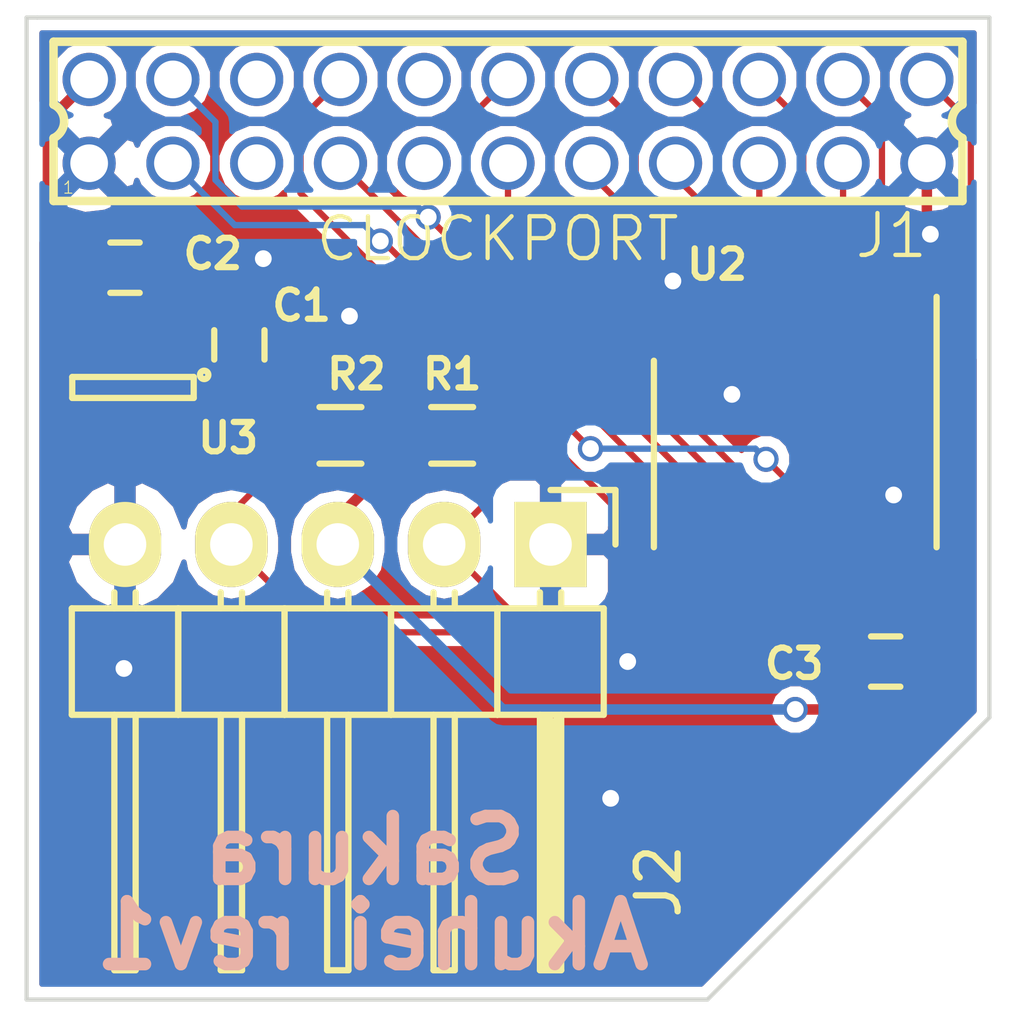
<source format=kicad_pcb>
(kicad_pcb (version 20171130) (host pcbnew "(5.1.12)-1")

  (general
    (thickness 1.6)
    (drawings 8)
    (tracks 165)
    (zones 0)
    (modules 9)
    (nets 26)
  )

  (page A4)
  (layers
    (0 F.Cu signal)
    (31 B.Cu signal)
    (32 B.Adhes user)
    (33 F.Adhes user)
    (34 B.Paste user)
    (35 F.Paste user)
    (36 B.SilkS user)
    (37 F.SilkS user)
    (38 B.Mask user)
    (39 F.Mask user)
    (40 Dwgs.User user)
    (41 Cmts.User user)
    (42 Eco1.User user)
    (43 Eco2.User user)
    (44 Edge.Cuts user)
    (45 Margin user)
    (46 B.CrtYd user)
    (47 F.CrtYd user)
    (48 B.Fab user)
    (49 F.Fab user)
  )

  (setup
    (last_trace_width 0.15)
    (trace_clearance 0.1)
    (zone_clearance 0.254)
    (zone_45_only no)
    (trace_min 0.1)
    (via_size 0.6)
    (via_drill 0.4)
    (via_min_size 0.4)
    (via_min_drill 0.3)
    (uvia_size 0.3)
    (uvia_drill 0.1)
    (uvias_allowed no)
    (uvia_min_size 0.2)
    (uvia_min_drill 0.1)
    (edge_width 0.1)
    (segment_width 0.2)
    (pcb_text_width 0.3)
    (pcb_text_size 1.5 1.5)
    (mod_edge_width 0.15)
    (mod_text_size 1 1)
    (mod_text_width 0.15)
    (pad_size 1.5 1.5)
    (pad_drill 0.6)
    (pad_to_mask_clearance 0)
    (aux_axis_origin 134.8867 121.92)
    (visible_elements 7FFFFFFF)
    (pcbplotparams
      (layerselection 0x210f8_80000001)
      (usegerberextensions false)
      (usegerberattributes true)
      (usegerberadvancedattributes true)
      (creategerberjobfile true)
      (excludeedgelayer true)
      (linewidth 0.100000)
      (plotframeref false)
      (viasonmask false)
      (mode 1)
      (useauxorigin true)
      (hpglpennumber 1)
      (hpglpenspeed 20)
      (hpglpendiameter 15.000000)
      (psnegative false)
      (psa4output false)
      (plotreference true)
      (plotvalue true)
      (plotinvisibletext false)
      (padsonsilk false)
      (subtractmaskfromsilk false)
      (outputformat 1)
      (mirror false)
      (drillshape 0)
      (scaleselection 1)
      (outputdirectory "Gerber/"))
  )

  (net 0 "")
  (net 1 +3V3)
  (net 2 GND)
  (net 3 +5V)
  (net 4 CP_INT)
  (net 5 CP_CS)
  (net 6 "Net-(J1-Pad5)")
  (net 7 "Net-(J1-Pad6)")
  (net 8 CP_IORD)
  (net 9 CP_IOWR)
  (net 10 "Net-(J1-Pad9)")
  (net 11 "Net-(J1-Pad10)")
  (net 12 /A1)
  (net 13 /A2)
  (net 14 /D7)
  (net 15 /D6)
  (net 16 /D5)
  (net 17 /D4)
  (net 18 /D3)
  (net 19 /D2)
  (net 20 /D1)
  (net 21 /D0)
  (net 22 CP_RESET)
  (net 23 SCL)
  (net 24 SDA)
  (net 25 "Net-(U2-Pad9)")

  (net_class Default "This is the default net class."
    (clearance 0.1)
    (trace_width 0.15)
    (via_dia 0.6)
    (via_drill 0.4)
    (uvia_dia 0.3)
    (uvia_drill 0.1)
    (add_net /A1)
    (add_net /A2)
    (add_net /D0)
    (add_net /D1)
    (add_net /D2)
    (add_net /D3)
    (add_net /D4)
    (add_net /D5)
    (add_net /D6)
    (add_net /D7)
    (add_net CP_CS)
    (add_net CP_INT)
    (add_net CP_IORD)
    (add_net CP_IOWR)
    (add_net CP_RESET)
    (add_net "Net-(J1-Pad10)")
    (add_net "Net-(J1-Pad5)")
    (add_net "Net-(J1-Pad6)")
    (add_net "Net-(J1-Pad9)")
    (add_net "Net-(U2-Pad9)")
    (add_net SCL)
    (add_net SDA)
  )

  (net_class Power ""
    (clearance 0.2)
    (trace_width 0.25)
    (via_dia 0.6)
    (via_drill 0.4)
    (uvia_dia 0.3)
    (uvia_drill 0.1)
    (add_net +3V3)
    (add_net +5V)
    (add_net GND)
  )

  (module Capacitors_SMD:C_0603 (layer F.Cu) (tedit 566BD818) (tstamp 55D47427)
    (at 141.732 104.4575 90)
    (descr "Capacitor SMD 0603, reflow soldering, AVX (see smccp.pdf)")
    (tags "capacitor 0603")
    (path /55CFA068)
    (attr smd)
    (fp_text reference C1 (at 0.9398 1.4859 180) (layer F.SilkS)
      (effects (font (size 0.7 0.7) (thickness 0.15)))
    )
    (fp_text value 1uF (at -0.0381 0.0127 180) (layer F.Fab)
      (effects (font (size 0.5 0.5) (thickness 0.125)))
    )
    (fp_line (start 0.35 0.6) (end -0.35 0.6) (layer F.SilkS) (width 0.15))
    (fp_line (start -0.35 -0.6) (end 0.35 -0.6) (layer F.SilkS) (width 0.15))
    (fp_line (start 1.45 -0.75) (end 1.45 0.75) (layer F.CrtYd) (width 0.05))
    (fp_line (start -1.45 -0.75) (end -1.45 0.75) (layer F.CrtYd) (width 0.05))
    (fp_line (start -1.45 0.75) (end 1.45 0.75) (layer F.CrtYd) (width 0.05))
    (fp_line (start -1.45 -0.75) (end 1.45 -0.75) (layer F.CrtYd) (width 0.05))
    (pad 1 smd rect (at -0.75 0 90) (size 0.8 0.75) (layers F.Cu F.Paste F.Mask)
      (net 1 +3V3))
    (pad 2 smd rect (at 0.75 0 90) (size 0.8 0.75) (layers F.Cu F.Paste F.Mask)
      (net 2 GND))
    (model Capacitors_SMD.3dshapes/C_0603.wrl
      (at (xyz 0 0 0))
      (scale (xyz 1 1 1))
      (rotate (xyz 0 0 0))
    )
  )

  (module Capacitors_SMD:C_0603 (layer F.Cu) (tedit 566BD80E) (tstamp 55D47433)
    (at 139.0015 102.616)
    (descr "Capacitor SMD 0603, reflow soldering, AVX (see smccp.pdf)")
    (tags "capacitor 0603")
    (path /55CFA110)
    (attr smd)
    (fp_text reference C2 (at 2.0955 -0.3302) (layer F.SilkS)
      (effects (font (size 0.7 0.7) (thickness 0.15)))
    )
    (fp_text value 0.1uF (at 0.0254 -0.0508 90) (layer F.Fab)
      (effects (font (size 0.5 0.5) (thickness 0.125)))
    )
    (fp_line (start 0.35 0.6) (end -0.35 0.6) (layer F.SilkS) (width 0.15))
    (fp_line (start -0.35 -0.6) (end 0.35 -0.6) (layer F.SilkS) (width 0.15))
    (fp_line (start 1.45 -0.75) (end 1.45 0.75) (layer F.CrtYd) (width 0.05))
    (fp_line (start -1.45 -0.75) (end -1.45 0.75) (layer F.CrtYd) (width 0.05))
    (fp_line (start -1.45 0.75) (end 1.45 0.75) (layer F.CrtYd) (width 0.05))
    (fp_line (start -1.45 -0.75) (end 1.45 -0.75) (layer F.CrtYd) (width 0.05))
    (pad 1 smd rect (at -0.75 0) (size 0.8 0.75) (layers F.Cu F.Paste F.Mask)
      (net 3 +5V))
    (pad 2 smd rect (at 0.75 0) (size 0.8 0.75) (layers F.Cu F.Paste F.Mask)
      (net 2 GND))
    (model Capacitors_SMD.3dshapes/C_0603.wrl
      (at (xyz 0 0 0))
      (scale (xyz 1 1 1))
      (rotate (xyz 0 0 0))
    )
  )

  (module Capacitors_SMD:C_0603 (layer F.Cu) (tedit 566BD873) (tstamp 55D4743F)
    (at 157.1625 112.014 180)
    (descr "Capacitor SMD 0603, reflow soldering, AVX (see smccp.pdf)")
    (tags "capacitor 0603")
    (path /55CFC60B)
    (attr smd)
    (fp_text reference C3 (at 2.1844 -0.0508 180) (layer F.SilkS)
      (effects (font (size 0.7 0.7) (thickness 0.15)))
    )
    (fp_text value 100nF (at 0.0508 -1.3081 180) (layer F.Fab)
      (effects (font (size 0.5 0.5) (thickness 0.125)))
    )
    (fp_line (start 0.35 0.6) (end -0.35 0.6) (layer F.SilkS) (width 0.15))
    (fp_line (start -0.35 -0.6) (end 0.35 -0.6) (layer F.SilkS) (width 0.15))
    (fp_line (start 1.45 -0.75) (end 1.45 0.75) (layer F.CrtYd) (width 0.05))
    (fp_line (start -1.45 -0.75) (end -1.45 0.75) (layer F.CrtYd) (width 0.05))
    (fp_line (start -1.45 0.75) (end 1.45 0.75) (layer F.CrtYd) (width 0.05))
    (fp_line (start -1.45 -0.75) (end 1.45 -0.75) (layer F.CrtYd) (width 0.05))
    (pad 1 smd rect (at -0.75 0 180) (size 0.8 0.75) (layers F.Cu F.Paste F.Mask)
      (net 1 +3V3))
    (pad 2 smd rect (at 0.75 0 180) (size 0.8 0.75) (layers F.Cu F.Paste F.Mask)
      (net 2 GND))
    (model Capacitors_SMD.3dshapes/C_0603.wrl
      (at (xyz 0 0 0))
      (scale (xyz 1 1 1))
      (rotate (xyz 0 0 0))
    )
  )

  (module con-molex:87758-2216 (layer F.Cu) (tedit 566C2A04) (tstamp 55D47478)
    (at 148.1455 99.1235)
    (descr "<b>22 Pin - 2mm Dual Row Single Wafer, Vertical T/H HDR</b><p> Source: http://www.molex.com/pdm_docs/sd/877580616_sd.pdf")
    (path /55CF5772)
    (fp_text reference J1 (at 8.2296 3.3147) (layer F.SilkS)
      (effects (font (size 1 1) (thickness 0.1016)) (justify left bottom))
    )
    (fp_text value CLOCKPORT (at -4.6482 3.3909) (layer F.SilkS)
      (effects (font (size 1 1) (thickness 0.1016)) (justify left bottom))
    )
    (fp_poly (pts (xy 9.75 -0.75) (xy 10.25 -0.75) (xy 10.25 -1.25) (xy 9.75 -1.25)) (layer Dwgs.User) (width 0))
    (fp_poly (pts (xy 9.75 1.25) (xy 10.25 1.25) (xy 10.25 0.75) (xy 9.75 0.75)) (layer Dwgs.User) (width 0))
    (fp_poly (pts (xy 7.75 -0.75) (xy 8.25 -0.75) (xy 8.25 -1.25) (xy 7.75 -1.25)) (layer Dwgs.User) (width 0))
    (fp_poly (pts (xy 7.75 1.25) (xy 8.25 1.25) (xy 8.25 0.75) (xy 7.75 0.75)) (layer Dwgs.User) (width 0))
    (fp_poly (pts (xy 5.75 -0.75) (xy 6.25 -0.75) (xy 6.25 -1.25) (xy 5.75 -1.25)) (layer Dwgs.User) (width 0))
    (fp_poly (pts (xy 5.75 1.25) (xy 6.25 1.25) (xy 6.25 0.75) (xy 5.75 0.75)) (layer Dwgs.User) (width 0))
    (fp_poly (pts (xy 3.75 -0.75) (xy 4.25 -0.75) (xy 4.25 -1.25) (xy 3.75 -1.25)) (layer Dwgs.User) (width 0))
    (fp_poly (pts (xy 3.75 1.25) (xy 4.25 1.25) (xy 4.25 0.75) (xy 3.75 0.75)) (layer Dwgs.User) (width 0))
    (fp_poly (pts (xy 1.75 -0.75) (xy 2.25 -0.75) (xy 2.25 -1.25) (xy 1.75 -1.25)) (layer Dwgs.User) (width 0))
    (fp_poly (pts (xy 1.75 1.25) (xy 2.25 1.25) (xy 2.25 0.75) (xy 1.75 0.75)) (layer Dwgs.User) (width 0))
    (fp_poly (pts (xy -0.25 -0.75) (xy 0.25 -0.75) (xy 0.25 -1.25) (xy -0.25 -1.25)) (layer Dwgs.User) (width 0))
    (fp_poly (pts (xy -0.25 1.25) (xy 0.25 1.25) (xy 0.25 0.75) (xy -0.25 0.75)) (layer Dwgs.User) (width 0))
    (fp_poly (pts (xy -2.25 -0.75) (xy -1.75 -0.75) (xy -1.75 -1.25) (xy -2.25 -1.25)) (layer Dwgs.User) (width 0))
    (fp_poly (pts (xy -2.25 1.25) (xy -1.75 1.25) (xy -1.75 0.75) (xy -2.25 0.75)) (layer Dwgs.User) (width 0))
    (fp_poly (pts (xy -4.25 -0.75) (xy -3.75 -0.75) (xy -3.75 -1.25) (xy -4.25 -1.25)) (layer Dwgs.User) (width 0))
    (fp_poly (pts (xy -4.25 1.25) (xy -3.75 1.25) (xy -3.75 0.75) (xy -4.25 0.75)) (layer Dwgs.User) (width 0))
    (fp_poly (pts (xy -6.25 -0.75) (xy -5.75 -0.75) (xy -5.75 -1.25) (xy -6.25 -1.25)) (layer Dwgs.User) (width 0))
    (fp_poly (pts (xy -6.25 1.25) (xy -5.75 1.25) (xy -5.75 0.75) (xy -6.25 0.75)) (layer Dwgs.User) (width 0))
    (fp_poly (pts (xy -8.25 -0.75) (xy -7.75 -0.75) (xy -7.75 -1.25) (xy -8.25 -1.25)) (layer Dwgs.User) (width 0))
    (fp_poly (pts (xy -8.25 1.25) (xy -7.75 1.25) (xy -7.75 0.75) (xy -8.25 0.75)) (layer Dwgs.User) (width 0))
    (fp_poly (pts (xy -10.25 -0.75) (xy -9.75 -0.75) (xy -9.75 -1.25) (xy -10.25 -1.25)) (layer Dwgs.User) (width 0))
    (fp_poly (pts (xy -10.25 1.25) (xy -9.75 1.25) (xy -9.75 0.75) (xy -10.25 0.75)) (layer Dwgs.User) (width 0))
    (fp_line (start -10.85 0.4) (end -10.85 1.9) (layer F.SilkS) (width 0.2032))
    (fp_line (start -10.85 -1.9) (end -10.85 -0.4) (layer F.SilkS) (width 0.2032))
    (fp_line (start 10.85 -1.9) (end -10.85 -1.9) (layer F.SilkS) (width 0.2032))
    (fp_line (start 10.85 -0.4) (end 10.85 -1.9) (layer F.SilkS) (width 0.2032))
    (fp_line (start 10.85 1.9) (end 10.85 0.4) (layer F.SilkS) (width 0.2032))
    (fp_line (start -10.85 1.9) (end 10.85 1.9) (layer F.SilkS) (width 0.2032))
    (fp_arc (start -11.039999 0) (end -10.85 -0.4) (angle 129.184564) (layer F.SilkS) (width 0.2032))
    (fp_arc (start 11.039999 0) (end 10.85 0.4) (angle 129.184564) (layer F.SilkS) (width 0.2032))
    (fp_text user 1 (at -10.65 1.75) (layer F.SilkS)
      (effects (font (size 0.28956 0.28956) (thickness 0.024384)) (justify left bottom))
    )
    (pad 1 thru_hole circle (at -10 1) (size 1.27 1.27) (drill 0.9) (layers *.Cu *.Mask)
      (net 2 GND))
    (pad 2 thru_hole circle (at -10 -1) (size 1.27 1.27) (drill 0.9) (layers *.Cu *.Mask)
      (net 3 +5V))
    (pad 3 thru_hole circle (at -8 1) (size 1.27 1.27) (drill 0.9) (layers *.Cu *.Mask)
      (net 4 CP_INT))
    (pad 4 thru_hole circle (at -8 -1) (size 1.27 1.27) (drill 0.9) (layers *.Cu *.Mask)
      (net 5 CP_CS))
    (pad 5 thru_hole circle (at -6 1) (size 1.27 1.27) (drill 0.9) (layers *.Cu *.Mask)
      (net 6 "Net-(J1-Pad5)"))
    (pad 6 thru_hole circle (at -6 -1) (size 1.27 1.27) (drill 0.9) (layers *.Cu *.Mask)
      (net 7 "Net-(J1-Pad6)"))
    (pad 7 thru_hole circle (at -4 1) (size 1.27 1.27) (drill 0.9) (layers *.Cu *.Mask)
      (net 8 CP_IORD))
    (pad 8 thru_hole circle (at -4 -1) (size 1.27 1.27) (drill 0.9) (layers *.Cu *.Mask)
      (net 9 CP_IOWR))
    (pad 9 thru_hole circle (at -2 1) (size 1.27 1.27) (drill 0.9) (layers *.Cu *.Mask)
      (net 10 "Net-(J1-Pad9)"))
    (pad 10 thru_hole circle (at -2 -1) (size 1.27 1.27) (drill 0.9) (layers *.Cu *.Mask)
      (net 11 "Net-(J1-Pad10)"))
    (pad 11 thru_hole circle (at 0 1) (size 1.27 1.27) (drill 0.9) (layers *.Cu *.Mask)
      (net 13 /A2))
    (pad 12 thru_hole circle (at 0 -1) (size 1.27 1.27) (drill 0.9) (layers *.Cu *.Mask)
      (net 12 /A1))
    (pad 13 thru_hole circle (at 2 1) (size 1.27 1.27) (drill 0.9) (layers *.Cu *.Mask)
      (net 14 /D7))
    (pad 14 thru_hole circle (at 2 -1) (size 1.27 1.27) (drill 0.9) (layers *.Cu *.Mask)
      (net 15 /D6))
    (pad 15 thru_hole circle (at 4 1) (size 1.27 1.27) (drill 0.9) (layers *.Cu *.Mask)
      (net 16 /D5))
    (pad 16 thru_hole circle (at 4 -1) (size 1.27 1.27) (drill 0.9) (layers *.Cu *.Mask)
      (net 17 /D4))
    (pad 17 thru_hole circle (at 6 1) (size 1.27 1.27) (drill 0.9) (layers *.Cu *.Mask)
      (net 18 /D3))
    (pad 18 thru_hole circle (at 6 -1) (size 1.27 1.27) (drill 0.9) (layers *.Cu *.Mask)
      (net 19 /D2))
    (pad 19 thru_hole circle (at 8 1) (size 1.27 1.27) (drill 0.9) (layers *.Cu *.Mask)
      (net 20 /D1))
    (pad 20 thru_hole circle (at 8 -1) (size 1.27 1.27) (drill 0.9) (layers *.Cu *.Mask)
      (net 21 /D0))
    (pad 21 thru_hole circle (at 10 1) (size 1.27 1.27) (drill 0.9) (layers *.Cu *.Mask)
      (net 2 GND))
    (pad 22 thru_hole circle (at 10 -1) (size 1.27 1.27) (drill 0.9) (layers *.Cu *.Mask)
      (net 22 CP_RESET))
  )

  (module Pin_Headers:Pin_Header_Angled_1x05 (layer F.Cu) (tedit 566BD5CF) (tstamp 55D474B9)
    (at 149.1615 109.22 270)
    (descr "Through hole pin header")
    (tags "pin header")
    (path /55CF6E7C)
    (fp_text reference J2 (at 8.0391 -2.5781 270) (layer F.SilkS)
      (effects (font (size 1 1) (thickness 0.15)))
    )
    (fp_text value I2C (at 5.2197 -2.6035 270) (layer F.Fab)
      (effects (font (size 1 1) (thickness 0.15)))
    )
    (fp_line (start 1.524 6.35) (end 4.064 6.35) (layer F.SilkS) (width 0.15))
    (fp_line (start 1.524 6.35) (end 1.524 8.89) (layer F.SilkS) (width 0.15))
    (fp_line (start 1.524 8.89) (end 4.064 8.89) (layer F.SilkS) (width 0.15))
    (fp_line (start 4.064 7.366) (end 10.16 7.366) (layer F.SilkS) (width 0.15))
    (fp_line (start 10.16 7.366) (end 10.16 7.874) (layer F.SilkS) (width 0.15))
    (fp_line (start 10.16 7.874) (end 4.064 7.874) (layer F.SilkS) (width 0.15))
    (fp_line (start 4.064 8.89) (end 4.064 6.35) (layer F.SilkS) (width 0.15))
    (fp_line (start 4.064 11.43) (end 4.064 8.89) (layer F.SilkS) (width 0.15))
    (fp_line (start 10.16 10.414) (end 4.064 10.414) (layer F.SilkS) (width 0.15))
    (fp_line (start 10.16 9.906) (end 10.16 10.414) (layer F.SilkS) (width 0.15))
    (fp_line (start 4.064 9.906) (end 10.16 9.906) (layer F.SilkS) (width 0.15))
    (fp_line (start 1.524 11.43) (end 4.064 11.43) (layer F.SilkS) (width 0.15))
    (fp_line (start 1.524 8.89) (end 1.524 11.43) (layer F.SilkS) (width 0.15))
    (fp_line (start 1.524 8.89) (end 4.064 8.89) (layer F.SilkS) (width 0.15))
    (fp_line (start 1.524 1.27) (end 4.064 1.27) (layer F.SilkS) (width 0.15))
    (fp_line (start 1.524 1.27) (end 1.524 3.81) (layer F.SilkS) (width 0.15))
    (fp_line (start 1.524 3.81) (end 4.064 3.81) (layer F.SilkS) (width 0.15))
    (fp_line (start 4.064 2.286) (end 10.16 2.286) (layer F.SilkS) (width 0.15))
    (fp_line (start 10.16 2.286) (end 10.16 2.794) (layer F.SilkS) (width 0.15))
    (fp_line (start 10.16 2.794) (end 4.064 2.794) (layer F.SilkS) (width 0.15))
    (fp_line (start 4.064 3.81) (end 4.064 1.27) (layer F.SilkS) (width 0.15))
    (fp_line (start 4.064 6.35) (end 4.064 3.81) (layer F.SilkS) (width 0.15))
    (fp_line (start 10.16 5.334) (end 4.064 5.334) (layer F.SilkS) (width 0.15))
    (fp_line (start 10.16 4.826) (end 10.16 5.334) (layer F.SilkS) (width 0.15))
    (fp_line (start 4.064 4.826) (end 10.16 4.826) (layer F.SilkS) (width 0.15))
    (fp_line (start 1.524 6.35) (end 4.064 6.35) (layer F.SilkS) (width 0.15))
    (fp_line (start 1.524 3.81) (end 1.524 6.35) (layer F.SilkS) (width 0.15))
    (fp_line (start 1.524 3.81) (end 4.064 3.81) (layer F.SilkS) (width 0.15))
    (fp_line (start 1.524 -1.27) (end 4.064 -1.27) (layer F.SilkS) (width 0.15))
    (fp_line (start 1.524 -1.27) (end 1.524 1.27) (layer F.SilkS) (width 0.15))
    (fp_line (start 1.524 1.27) (end 4.064 1.27) (layer F.SilkS) (width 0.15))
    (fp_line (start 4.064 -0.254) (end 10.16 -0.254) (layer F.SilkS) (width 0.15))
    (fp_line (start 10.16 -0.254) (end 10.16 0.254) (layer F.SilkS) (width 0.15))
    (fp_line (start 10.16 0.254) (end 4.064 0.254) (layer F.SilkS) (width 0.15))
    (fp_line (start 4.064 1.27) (end 4.064 -1.27) (layer F.SilkS) (width 0.15))
    (fp_line (start 1.524 9.906) (end 1.143 9.906) (layer F.SilkS) (width 0.15))
    (fp_line (start 1.524 10.414) (end 1.143 10.414) (layer F.SilkS) (width 0.15))
    (fp_line (start 1.524 7.874) (end 1.143 7.874) (layer F.SilkS) (width 0.15))
    (fp_line (start 1.524 7.366) (end 1.143 7.366) (layer F.SilkS) (width 0.15))
    (fp_line (start 1.524 5.334) (end 1.143 5.334) (layer F.SilkS) (width 0.15))
    (fp_line (start 1.524 4.826) (end 1.143 4.826) (layer F.SilkS) (width 0.15))
    (fp_line (start 1.524 2.794) (end 1.143 2.794) (layer F.SilkS) (width 0.15))
    (fp_line (start 1.524 2.286) (end 1.143 2.286) (layer F.SilkS) (width 0.15))
    (fp_line (start 1.524 0.254) (end 1.143 0.254) (layer F.SilkS) (width 0.15))
    (fp_line (start 1.524 -0.254) (end 1.143 -0.254) (layer F.SilkS) (width 0.15))
    (fp_line (start 4.191 0) (end 10.033 0) (layer F.SilkS) (width 0.15))
    (fp_line (start 4.191 0.127) (end 4.191 0) (layer F.SilkS) (width 0.15))
    (fp_line (start 10.033 0.127) (end 4.191 0.127) (layer F.SilkS) (width 0.15))
    (fp_line (start 10.033 -0.127) (end 10.033 0.127) (layer F.SilkS) (width 0.15))
    (fp_line (start 4.191 -0.127) (end 10.033 -0.127) (layer F.SilkS) (width 0.15))
    (fp_line (start 0 -1.55) (end -1.3 -1.55) (layer F.SilkS) (width 0.15))
    (fp_line (start -1.3 -1.55) (end -1.3 0) (layer F.SilkS) (width 0.15))
    (fp_line (start -1.5 11.95) (end 10.65 11.95) (layer F.CrtYd) (width 0.05))
    (fp_line (start -1.5 -1.75) (end 10.65 -1.75) (layer F.CrtYd) (width 0.05))
    (fp_line (start 10.65 -1.75) (end 10.65 11.95) (layer F.CrtYd) (width 0.05))
    (fp_line (start -1.5 -1.75) (end -1.5 11.95) (layer F.CrtYd) (width 0.05))
    (pad 1 thru_hole rect (at 0 0 270) (size 2.032 1.7272) (drill 1.016) (layers *.Cu *.Mask F.SilkS)
      (net 2 GND))
    (pad 2 thru_hole oval (at 0 2.54 270) (size 2.032 1.7272) (drill 1.016) (layers *.Cu *.Mask F.SilkS)
      (net 23 SCL))
    (pad 3 thru_hole oval (at 0 5.08 270) (size 2.032 1.7272) (drill 1.016) (layers *.Cu *.Mask F.SilkS)
      (net 1 +3V3))
    (pad 4 thru_hole oval (at 0 7.62 270) (size 2.032 1.7272) (drill 1.016) (layers *.Cu *.Mask F.SilkS)
      (net 24 SDA))
    (pad 5 thru_hole oval (at 0 10.16 270) (size 2.032 1.7272) (drill 1.016) (layers *.Cu *.Mask F.SilkS)
      (net 2 GND))
    (model Pin_Headers.3dshapes/Pin_Header_Angled_1x05.wrl
      (offset (xyz 0 -5.079999923706055 0))
      (scale (xyz 1 1 1))
      (rotate (xyz 0 0 90))
    )
  )

  (module Resistors_SMD:R_0603 (layer F.Cu) (tedit 566BD83C) (tstamp 55D474C5)
    (at 146.812 106.6165 180)
    (descr "Resistor SMD 0603, reflow soldering, Vishay (see dcrcw.pdf)")
    (tags "resistor 0603")
    (path /55CF7044)
    (attr smd)
    (fp_text reference R1 (at 0 1.4605 180) (layer F.SilkS)
      (effects (font (size 0.7 0.7) (thickness 0.15)))
    )
    (fp_text value 4.7k (at -0.0381 0 270) (layer F.Fab)
      (effects (font (size 0.5 0.5) (thickness 0.125)))
    )
    (fp_line (start -0.5 -0.675) (end 0.5 -0.675) (layer F.SilkS) (width 0.15))
    (fp_line (start 0.5 0.675) (end -0.5 0.675) (layer F.SilkS) (width 0.15))
    (fp_line (start 1.3 -0.8) (end 1.3 0.8) (layer F.CrtYd) (width 0.05))
    (fp_line (start -1.3 -0.8) (end -1.3 0.8) (layer F.CrtYd) (width 0.05))
    (fp_line (start -1.3 0.8) (end 1.3 0.8) (layer F.CrtYd) (width 0.05))
    (fp_line (start -1.3 -0.8) (end 1.3 -0.8) (layer F.CrtYd) (width 0.05))
    (pad 1 smd rect (at -0.75 0 180) (size 0.5 0.9) (layers F.Cu F.Paste F.Mask)
      (net 23 SCL))
    (pad 2 smd rect (at 0.75 0 180) (size 0.5 0.9) (layers F.Cu F.Paste F.Mask)
      (net 1 +3V3))
    (model Resistors_SMD.3dshapes/R_0603.wrl
      (at (xyz 0 0 0))
      (scale (xyz 1 1 1))
      (rotate (xyz 0 0 0))
    )
  )

  (module Resistors_SMD:R_0603 (layer F.Cu) (tedit 566BD835) (tstamp 55D474D1)
    (at 144.145 106.6165)
    (descr "Resistor SMD 0603, reflow soldering, Vishay (see dcrcw.pdf)")
    (tags "resistor 0603")
    (path /55CF70F8)
    (attr smd)
    (fp_text reference R2 (at 0.381 -1.4605) (layer F.SilkS)
      (effects (font (size 0.7 0.7) (thickness 0.15)))
    )
    (fp_text value 4.7k (at 0.0254 -0.0254 90) (layer F.Fab)
      (effects (font (size 0.5 0.5) (thickness 0.125)))
    )
    (fp_line (start -0.5 -0.675) (end 0.5 -0.675) (layer F.SilkS) (width 0.15))
    (fp_line (start 0.5 0.675) (end -0.5 0.675) (layer F.SilkS) (width 0.15))
    (fp_line (start 1.3 -0.8) (end 1.3 0.8) (layer F.CrtYd) (width 0.05))
    (fp_line (start -1.3 -0.8) (end -1.3 0.8) (layer F.CrtYd) (width 0.05))
    (fp_line (start -1.3 0.8) (end 1.3 0.8) (layer F.CrtYd) (width 0.05))
    (fp_line (start -1.3 -0.8) (end 1.3 -0.8) (layer F.CrtYd) (width 0.05))
    (pad 1 smd rect (at -0.75 0) (size 0.5 0.9) (layers F.Cu F.Paste F.Mask)
      (net 24 SDA))
    (pad 2 smd rect (at 0.75 0) (size 0.5 0.9) (layers F.Cu F.Paste F.Mask)
      (net 1 +3V3))
    (model Resistors_SMD.3dshapes/R_0603.wrl
      (at (xyz 0 0 0))
      (scale (xyz 1 1 1))
      (rotate (xyz 0 0 0))
    )
  )

  (module Housings_SSOP:TSSOP-20_4.4x6.5mm_Pitch0.65mm (layer F.Cu) (tedit 566BD845) (tstamp 55D474EF)
    (at 155.0035 107.061 270)
    (descr "20-Lead Plastic Thin Shrink Small Outline (ST)-4.4 mm Body [TSSOP] (see Microchip Packaging Specification 00000049BS.pdf)")
    (tags "SSOP 0.65")
    (path /55CF57A4)
    (attr smd)
    (fp_text reference U2 (at -4.5212 1.8669) (layer F.SilkS)
      (effects (font (size 0.7 0.7) (thickness 0.15)))
    )
    (fp_text value PCA9564 (at -1.7018 4.0386 270) (layer F.Fab)
      (effects (font (size 0.7 0.7) (thickness 0.15)))
    )
    (fp_line (start -3.75 -3.375) (end 2.225 -3.375) (layer F.SilkS) (width 0.15))
    (fp_line (start -2.225 3.375) (end 2.225 3.375) (layer F.SilkS) (width 0.15))
    (fp_line (start -3.95 3.55) (end 3.95 3.55) (layer F.CrtYd) (width 0.05))
    (fp_line (start -3.95 -3.55) (end 3.95 -3.55) (layer F.CrtYd) (width 0.05))
    (fp_line (start 3.95 -3.55) (end 3.95 3.55) (layer F.CrtYd) (width 0.05))
    (fp_line (start -3.95 -3.55) (end -3.95 3.55) (layer F.CrtYd) (width 0.05))
    (pad 1 smd rect (at -2.95 -2.925 270) (size 1.45 0.45) (layers F.Cu F.Paste F.Mask)
      (net 21 /D0))
    (pad 2 smd rect (at -2.95 -2.275 270) (size 1.45 0.45) (layers F.Cu F.Paste F.Mask)
      (net 20 /D1))
    (pad 3 smd rect (at -2.95 -1.625 270) (size 1.45 0.45) (layers F.Cu F.Paste F.Mask)
      (net 19 /D2))
    (pad 4 smd rect (at -2.95 -0.975 270) (size 1.45 0.45) (layers F.Cu F.Paste F.Mask)
      (net 18 /D3))
    (pad 5 smd rect (at -2.95 -0.325 270) (size 1.45 0.45) (layers F.Cu F.Paste F.Mask)
      (net 17 /D4))
    (pad 6 smd rect (at -2.95 0.325 270) (size 1.45 0.45) (layers F.Cu F.Paste F.Mask)
      (net 16 /D5))
    (pad 7 smd rect (at -2.95 0.975 270) (size 1.45 0.45) (layers F.Cu F.Paste F.Mask)
      (net 15 /D6))
    (pad 8 smd rect (at -2.95 1.625 270) (size 1.45 0.45) (layers F.Cu F.Paste F.Mask)
      (net 14 /D7))
    (pad 9 smd rect (at -2.95 2.275 270) (size 1.45 0.45) (layers F.Cu F.Paste F.Mask)
      (net 25 "Net-(U2-Pad9)"))
    (pad 10 smd rect (at -2.95 2.925 270) (size 1.45 0.45) (layers F.Cu F.Paste F.Mask)
      (net 2 GND))
    (pad 11 smd rect (at 2.95 2.925 270) (size 1.45 0.45) (layers F.Cu F.Paste F.Mask)
      (net 9 CP_IOWR))
    (pad 12 smd rect (at 2.95 2.275 270) (size 1.45 0.45) (layers F.Cu F.Paste F.Mask)
      (net 8 CP_IORD))
    (pad 13 smd rect (at 2.95 1.625 270) (size 1.45 0.45) (layers F.Cu F.Paste F.Mask)
      (net 5 CP_CS))
    (pad 14 smd rect (at 2.95 0.975 270) (size 1.45 0.45) (layers F.Cu F.Paste F.Mask)
      (net 12 /A1))
    (pad 15 smd rect (at 2.95 0.325 270) (size 1.45 0.45) (layers F.Cu F.Paste F.Mask)
      (net 13 /A2))
    (pad 16 smd rect (at 2.95 -0.325 270) (size 1.45 0.45) (layers F.Cu F.Paste F.Mask)
      (net 4 CP_INT))
    (pad 17 smd rect (at 2.95 -0.975 270) (size 1.45 0.45) (layers F.Cu F.Paste F.Mask)
      (net 22 CP_RESET))
    (pad 18 smd rect (at 2.95 -1.625 270) (size 1.45 0.45) (layers F.Cu F.Paste F.Mask)
      (net 23 SCL))
    (pad 19 smd rect (at 2.95 -2.275 270) (size 1.45 0.45) (layers F.Cu F.Paste F.Mask)
      (net 24 SDA))
    (pad 20 smd rect (at 2.95 -2.925 270) (size 1.45 0.45) (layers F.Cu F.Paste F.Mask)
      (net 1 +3V3))
    (model Housings_SSOP.3dshapes/TSSOP-20_4.4x6.5mm_Pitch0.65mm.wrl
      (at (xyz 0 0 0))
      (scale (xyz 1 1 1))
      (rotate (xyz 0 0 0))
    )
  )

  (module SOT-23-5 (layer F.Cu) (tedit 566BD82A) (tstamp 55D47501)
    (at 139.192 105.4735 270)
    (descr "5-pin SOT23 package")
    (tags SOT-23-5)
    (path /55CF8B6E)
    (attr smd)
    (fp_text reference U3 (at 1.2065 -2.2733) (layer F.SilkS)
      (effects (font (size 0.7 0.7) (thickness 0.15)))
    )
    (fp_text value TLV70233DBV (at -0.254 1.8923 270) (layer F.Fab)
      (effects (font (size 0.5 0.5) (thickness 0.125)))
    )
    (fp_line (start -0.25 -1.45) (end -0.25 1.45) (layer F.SilkS) (width 0.15))
    (fp_line (start -0.25 1.45) (end 0.25 1.45) (layer F.SilkS) (width 0.15))
    (fp_line (start 0.25 1.45) (end 0.25 -1.45) (layer F.SilkS) (width 0.15))
    (fp_line (start 0.25 -1.45) (end -0.25 -1.45) (layer F.SilkS) (width 0.15))
    (fp_circle (center -0.3 -1.7) (end -0.2 -1.7) (layer F.SilkS) (width 0.15))
    (fp_line (start -1.8 1.6) (end -1.8 -1.6) (layer F.CrtYd) (width 0.05))
    (fp_line (start 1.8 1.6) (end -1.8 1.6) (layer F.CrtYd) (width 0.05))
    (fp_line (start 1.8 -1.6) (end 1.8 1.6) (layer F.CrtYd) (width 0.05))
    (fp_line (start -1.8 -1.6) (end 1.8 -1.6) (layer F.CrtYd) (width 0.05))
    (pad 1 smd rect (at -1.1 -0.95 270) (size 1.06 0.65) (layers F.Cu F.Paste F.Mask)
      (net 3 +5V))
    (pad 2 smd rect (at -1.1 0 270) (size 1.06 0.65) (layers F.Cu F.Paste F.Mask)
      (net 2 GND))
    (pad 3 smd rect (at -1.1 0.95 270) (size 1.06 0.65) (layers F.Cu F.Paste F.Mask)
      (net 3 +5V))
    (pad 4 smd rect (at 1.1 0.95 270) (size 1.06 0.65) (layers F.Cu F.Paste F.Mask))
    (pad 5 smd rect (at 1.1 -0.95 270) (size 1.06 0.65) (layers F.Cu F.Paste F.Mask)
      (net 1 +3V3))
    (model Housings_SOT-23_SOT-143_TSOT-6.3dshapes/SOT-23-5.wrl
      (at (xyz 0 0 0))
      (scale (xyz 0.11 0.11 0.11))
      (rotate (xyz 0 0 90))
    )
  )

  (gr_text Sakura (at 144.7165 116.5225) (layer B.SilkS)
    (effects (font (size 1.5 1.5) (thickness 0.3)) (justify mirror))
  )
  (gr_text "Akuhei rev1" (at 144.907 118.5545) (layer B.SilkS)
    (effects (font (size 1.5 1.5) (thickness 0.3)) (justify mirror))
  )
  (gr_line (start 136.652 96.647) (end 136.906 96.647) (angle 90) (layer Edge.Cuts) (width 0.1))
  (gr_line (start 136.652 120.0785) (end 136.652 96.647) (angle 90) (layer Edge.Cuts) (width 0.1))
  (gr_line (start 152.908 120.0785) (end 136.652 120.0785) (angle 90) (layer Edge.Cuts) (width 0.1))
  (gr_line (start 159.639 113.3475) (end 152.908 120.0785) (angle 90) (layer Edge.Cuts) (width 0.1))
  (gr_line (start 159.639 96.647) (end 159.639 113.3475) (angle 90) (layer Edge.Cuts) (width 0.1))
  (gr_line (start 136.906 96.647) (end 159.639 96.647) (angle 90) (layer Edge.Cuts) (width 0.1))

  (segment (start 144.0815 109.22) (end 148.0185 113.157) (width 0.25) (layer B.Cu) (net 1))
  (segment (start 157.9125 112.5975) (end 157.9125 112.014) (width 0.25) (layer F.Cu) (net 1) (tstamp 55D47C6B))
  (segment (start 157.353 113.157) (end 157.9125 112.5975) (width 0.25) (layer F.Cu) (net 1) (tstamp 55D47C6A))
  (segment (start 155.0035 113.157) (end 157.353 113.157) (width 0.25) (layer F.Cu) (net 1) (tstamp 55D47C69))
  (via (at 155.0035 113.157) (size 0.6) (drill 0.4) (layers F.Cu B.Cu) (net 1))
  (segment (start 148.0185 113.157) (end 155.0035 113.157) (width 0.25) (layer B.Cu) (net 1) (tstamp 55D47C66))
  (segment (start 157.9285 110.011) (end 157.9285 111.998) (width 0.25) (layer F.Cu) (net 1))
  (segment (start 157.9285 111.998) (end 157.9125 112.014) (width 0.25) (layer F.Cu) (net 1) (tstamp 55D47C4B))
  (segment (start 144.0815 109.22) (end 144.0815 108.585) (width 0.25) (layer F.Cu) (net 1))
  (segment (start 144.0815 108.585) (end 144.895 107.7715) (width 0.25) (layer F.Cu) (net 1) (tstamp 55D47BC8))
  (segment (start 144.895 107.7715) (end 144.895 106.6165) (width 0.25) (layer F.Cu) (net 1) (tstamp 55D47BC9))
  (segment (start 146.062 106.6165) (end 144.895 106.6165) (width 0.25) (layer F.Cu) (net 1))
  (segment (start 141.732 105.2075) (end 143.486 105.2075) (width 0.25) (layer F.Cu) (net 1))
  (segment (start 143.486 105.2075) (end 144.895 106.6165) (width 0.25) (layer F.Cu) (net 1) (tstamp 55D47BC2))
  (segment (start 140.142 106.5735) (end 140.366 106.5735) (width 0.25) (layer F.Cu) (net 1))
  (segment (start 140.366 106.5735) (end 141.732 105.2075) (width 0.25) (layer F.Cu) (net 1) (tstamp 55D47BB2))
  (segment (start 151.003 112.014) (end 153.3779 112.014) (width 0.25) (layer B.Cu) (net 2))
  (segment (start 157.4927 107.8992) (end 157.5435 107.8992) (width 0.25) (layer F.Cu) (net 2) (tstamp 566DC652))
  (segment (start 157.353 108.0389) (end 157.4927 107.8992) (width 0.25) (layer F.Cu) (net 2) (tstamp 566DC651))
  (via (at 157.353 108.0389) (size 0.6) (drill 0.4) (layers F.Cu B.Cu) (net 2))
  (segment (start 153.3779 112.014) (end 157.353 108.0389) (width 0.25) (layer B.Cu) (net 2) (tstamp 566DC64B))
  (segment (start 152.69845 105.56875) (end 153.42235 105.56875) (width 0.25) (layer F.Cu) (net 2))
  (segment (start 153.5049 105.6259) (end 153.7462 105.6259) (width 0.25) (layer B.Cu) (net 2) (tstamp 566DC63B))
  (segment (start 153.4922 105.6386) (end 153.5049 105.6259) (width 0.25) (layer B.Cu) (net 2) (tstamp 566DC63A))
  (via (at 153.4922 105.6386) (size 0.6) (drill 0.4) (layers F.Cu B.Cu) (net 2))
  (segment (start 153.42235 105.56875) (end 153.4922 105.6386) (width 0.25) (layer F.Cu) (net 2) (tstamp 566DC637))
  (segment (start 139.0015 109.22) (end 139.0015 112.1537) (width 0.25) (layer B.Cu) (net 2))
  (segment (start 138.9761 112.1791) (end 139.192 112.1791) (width 0.25) (layer F.Cu) (net 2) (tstamp 566BDD24))
  (via (at 138.9761 112.1791) (size 0.6) (drill 0.4) (layers F.Cu B.Cu) (net 2))
  (segment (start 139.0015 112.1537) (end 138.9761 112.1791) (width 0.25) (layer B.Cu) (net 2) (tstamp 566BDD20))
  (segment (start 151.003 112.014) (end 151.003 114.8715) (width 0.25) (layer F.Cu) (net 2))
  (segment (start 150.5712 115.3033) (end 150.4061 115.3033) (width 0.25) (layer B.Cu) (net 2) (tstamp 566BDD15))
  (segment (start 150.5966 115.2779) (end 150.5712 115.3033) (width 0.25) (layer B.Cu) (net 2) (tstamp 566BDD14))
  (via (at 150.5966 115.2779) (size 0.6) (drill 0.4) (layers F.Cu B.Cu) (net 2))
  (segment (start 151.003 114.8715) (end 150.5966 115.2779) (width 0.25) (layer F.Cu) (net 2) (tstamp 566BDD0F))
  (segment (start 139.7515 102.616) (end 142.0876 102.616) (width 0.25) (layer F.Cu) (net 2))
  (via (at 142.3035 102.4001) (size 0.6) (drill 0.4) (layers F.Cu B.Cu) (net 2))
  (segment (start 142.0876 102.616) (end 142.3035 102.4001) (width 0.25) (layer F.Cu) (net 2) (tstamp 566BDCD2))
  (segment (start 141.732 103.7075) (end 144.2967 103.7075) (width 0.25) (layer F.Cu) (net 2))
  (segment (start 144.3609 103.7717) (end 144.3609 103.632) (width 0.25) (layer B.Cu) (net 2) (tstamp 566BDCC5))
  (via (at 144.3609 103.7717) (size 0.6) (drill 0.4) (layers F.Cu B.Cu) (net 2))
  (segment (start 144.2967 103.7075) (end 144.3609 103.7717) (width 0.25) (layer F.Cu) (net 2) (tstamp 566BDCC0))
  (segment (start 158.1455 101.4146) (end 158.1455 101.7321) (width 0.25) (layer F.Cu) (net 2))
  (segment (start 158.2547 101.8413) (end 158.2547 101.8921) (width 0.25) (layer B.Cu) (net 2) (tstamp 566BDC65))
  (segment (start 158.2293 101.8159) (end 158.2547 101.8413) (width 0.25) (layer B.Cu) (net 2) (tstamp 566BDC64))
  (via (at 158.2293 101.8159) (size 0.6) (drill 0.4) (layers F.Cu B.Cu) (net 2))
  (segment (start 158.1455 101.7321) (end 158.2293 101.8159) (width 0.25) (layer F.Cu) (net 2) (tstamp 566BDC5F))
  (segment (start 149.1615 109.22) (end 149.1615 111.2393) (width 0.25) (layer B.Cu) (net 2))
  (segment (start 149.9362 112.014) (end 151.003 112.014) (width 0.25) (layer B.Cu) (net 2) (tstamp 566BDA68))
  (segment (start 149.1615 111.2393) (end 149.9362 112.014) (width 0.25) (layer B.Cu) (net 2) (tstamp 566BDA64))
  (segment (start 158.1455 100.1235) (end 158.1455 101.4146) (width 0.25) (layer F.Cu) (net 2))
  (segment (start 158.1455 101.4146) (end 158.1531 101.4222) (width 0.25) (layer F.Cu) (net 2) (tstamp 56596ADF))
  (segment (start 152.0785 104.111) (end 152.0785 104.9488) (width 0.25) (layer F.Cu) (net 2))
  (segment (start 152.0785 104.9488) (end 152.69845 105.56875) (width 0.25) (layer F.Cu) (net 2) (tstamp 5659690E))
  (segment (start 152.69845 105.56875) (end 152.7175 105.5878) (width 0.25) (layer F.Cu) (net 2) (tstamp 566DC635))
  (segment (start 149.1615 109.22) (end 149.1615 109.22) (width 0.25) (layer B.Cu) (net 2))
  (segment (start 149.1615 109.22) (end 149.1869 107.7595) (width 0.25) (layer B.Cu) (net 2) (tstamp 55D47C5F))
  (segment (start 156.4125 112.014) (end 151.003 112.014) (width 0.25) (layer F.Cu) (net 2))
  (via (at 151.003 112.014) (size 0.6) (drill 0.4) (layers F.Cu B.Cu) (net 2))
  (segment (start 149.1615 110.1725) (end 149.1615 109.22) (width 0.25) (layer B.Cu) (net 2) (tstamp 55D47C57))
  (segment (start 149.1615 109.22) (end 149.1615 105.8545) (width 0.25) (layer B.Cu) (net 2))
  (segment (start 149.1615 105.8545) (end 152.0825 102.9335) (width 0.25) (layer B.Cu) (net 2) (tstamp 55D47BF2))
  (segment (start 152.0785 104.111) (end 152.0785 102.9375) (width 0.25) (layer F.Cu) (net 2))
  (segment (start 156.415 101.854) (end 158.1455 100.1235) (width 0.25) (layer B.Cu) (net 2) (tstamp 55D47BDF))
  (segment (start 153.162 101.854) (end 156.415 101.854) (width 0.25) (layer B.Cu) (net 2) (tstamp 55D47BDD))
  (segment (start 152.0825 102.9335) (end 153.162 101.854) (width 0.25) (layer B.Cu) (net 2) (tstamp 55D47BDC))
  (via (at 152.0825 102.9335) (size 0.6) (drill 0.4) (layers F.Cu B.Cu) (net 2))
  (segment (start 152.0785 102.9375) (end 152.0825 102.9335) (width 0.25) (layer F.Cu) (net 2) (tstamp 55D47BD8))
  (segment (start 139.192 104.3735) (end 139.192 103.1755) (width 0.25) (layer F.Cu) (net 2))
  (segment (start 139.192 103.1755) (end 139.7515 102.616) (width 0.25) (layer F.Cu) (net 2) (tstamp 55D4798A))
  (segment (start 138.1455 100.1235) (end 139.7762 101.6635) (width 0.25) (layer F.Cu) (net 2))
  (segment (start 139.7762 101.6635) (end 139.7515 102.616) (width 0.25) (layer F.Cu) (net 2) (tstamp 55D47987))
  (segment (start 138.242 104.3735) (end 138.242 105.2474) (width 0.25) (layer F.Cu) (net 3))
  (segment (start 140.142 105.1585) (end 140.142 104.3735) (width 0.25) (layer F.Cu) (net 3) (tstamp 566BDBAB))
  (segment (start 139.7762 105.5243) (end 140.142 105.1585) (width 0.25) (layer F.Cu) (net 3) (tstamp 566BDBA9))
  (segment (start 138.5189 105.5243) (end 139.7762 105.5243) (width 0.25) (layer F.Cu) (net 3) (tstamp 566BDBA6))
  (segment (start 138.242 105.2474) (end 138.5189 105.5243) (width 0.25) (layer F.Cu) (net 3) (tstamp 566BDBA4))
  (segment (start 138.2515 102.616) (end 138.2515 104.364) (width 0.25) (layer F.Cu) (net 3))
  (segment (start 138.2515 104.364) (end 138.242 104.3735) (width 0.25) (layer F.Cu) (net 3) (tstamp 55D47984))
  (segment (start 138.1455 98.1235) (end 138.1455 98.138) (width 0.25) (layer F.Cu) (net 3))
  (segment (start 138.1455 98.138) (end 137.16 99.1235) (width 0.25) (layer F.Cu) (net 3) (tstamp 55D477E3))
  (segment (start 137.16 99.1235) (end 137.16 101.5245) (width 0.25) (layer F.Cu) (net 3) (tstamp 55D477E4))
  (segment (start 137.16 101.5245) (end 138.2515 102.616) (width 0.25) (layer F.Cu) (net 3) (tstamp 55D477E5))
  (segment (start 155.3285 110.011) (end 155.3285 108.2115) (width 0.15) (layer F.Cu) (net 4))
  (segment (start 141.622 101.6) (end 140.1455 100.1235) (width 0.15) (layer B.Cu) (net 4) (tstamp 55D47C3B))
  (segment (start 144.7165 101.6) (end 141.622 101.6) (width 0.15) (layer B.Cu) (net 4) (tstamp 55D47C3A))
  (segment (start 145.0975 101.981) (end 144.7165 101.6) (width 0.15) (layer B.Cu) (net 4) (tstamp 55D47C39))
  (via (at 145.0975 101.981) (size 0.6) (drill 0.4) (layers F.Cu B.Cu) (net 4))
  (segment (start 145.161 101.981) (end 145.0975 101.981) (width 0.15) (layer F.Cu) (net 4) (tstamp 55D47C37))
  (segment (start 150.114 106.934) (end 145.161 101.981) (width 0.15) (layer F.Cu) (net 4) (tstamp 55D47C36))
  (via (at 150.114 106.934) (size 0.6) (drill 0.4) (layers F.Cu B.Cu) (net 4))
  (segment (start 154.051 106.934) (end 150.114 106.934) (width 0.15) (layer B.Cu) (net 4) (tstamp 55D47C34))
  (segment (start 154.305 107.188) (end 154.051 106.934) (width 0.15) (layer B.Cu) (net 4) (tstamp 55D47C33))
  (via (at 154.305 107.188) (size 0.6) (drill 0.4) (layers F.Cu B.Cu) (net 4))
  (segment (start 155.3285 108.2115) (end 154.305 107.188) (width 0.15) (layer F.Cu) (net 4) (tstamp 55D47C30))
  (segment (start 153.3785 110.011) (end 153.3785 108.5475) (width 0.15) (layer F.Cu) (net 5))
  (segment (start 141.1605 99.1385) (end 140.1455 98.1235) (width 0.15) (layer B.Cu) (net 5) (tstamp 55D47C2B))
  (segment (start 141.1605 100.5205) (end 141.1605 99.1385) (width 0.15) (layer B.Cu) (net 5) (tstamp 55D47C29))
  (segment (start 141.7955 101.1555) (end 141.1605 100.5205) (width 0.15) (layer B.Cu) (net 5) (tstamp 55D47C27))
  (segment (start 145.9865 101.1555) (end 141.7955 101.1555) (width 0.15) (layer B.Cu) (net 5) (tstamp 55D47C26))
  (segment (start 146.2405 101.4095) (end 145.9865 101.1555) (width 0.15) (layer B.Cu) (net 5) (tstamp 55D47C25))
  (via (at 146.2405 101.4095) (size 0.6) (drill 0.4) (layers F.Cu B.Cu) (net 5))
  (segment (start 153.3785 108.5475) (end 146.2405 101.4095) (width 0.15) (layer F.Cu) (net 5) (tstamp 55D47C22))
  (segment (start 152.7285 110.011) (end 152.7285 108.7065) (width 0.15) (layer F.Cu) (net 8))
  (segment (start 152.7285 108.7065) (end 144.1455 100.1235) (width 0.15) (layer F.Cu) (net 8) (tstamp 55D47C1E))
  (segment (start 152.0785 110.011) (end 152.0785 109.724) (width 0.15) (layer F.Cu) (net 9))
  (segment (start 152.0785 109.724) (end 143.1925 100.838) (width 0.15) (layer F.Cu) (net 9) (tstamp 55D47C07))
  (segment (start 143.1925 100.838) (end 143.1925 99.0765) (width 0.15) (layer F.Cu) (net 9) (tstamp 55D47C08))
  (segment (start 143.1925 99.0765) (end 144.1455 98.1235) (width 0.15) (layer F.Cu) (net 9) (tstamp 55D47C0A))
  (segment (start 154.0285 110.011) (end 154.0285 108.5117) (width 0.15) (layer F.Cu) (net 12) (status 400000))
  (segment (start 147.1422 99.1268) (end 148.1455 98.1235) (width 0.15) (layer F.Cu) (net 12) (tstamp 566DC5A4) (status 800000))
  (segment (start 147.1422 101.6254) (end 147.1422 99.1268) (width 0.15) (layer F.Cu) (net 12) (tstamp 566DC59C))
  (segment (start 154.0285 108.5117) (end 147.1422 101.6254) (width 0.15) (layer F.Cu) (net 12) (tstamp 566DC595))
  (segment (start 154.6785 110.011) (end 154.6785 108.4886) (width 0.15) (layer F.Cu) (net 13) (status 400000))
  (segment (start 148.1455 101.9556) (end 148.1455 100.1235) (width 0.15) (layer F.Cu) (net 13) (tstamp 566DC58B) (status 800000))
  (segment (start 154.6785 108.4886) (end 148.1455 101.9556) (width 0.15) (layer F.Cu) (net 13) (tstamp 566DC583))
  (segment (start 150.1455 100.1235) (end 150.1455 100.3996) (width 0.15) (layer F.Cu) (net 14))
  (segment (start 150.1455 100.3996) (end 151.7523 102.0064) (width 0.15) (layer F.Cu) (net 14) (tstamp 5659640B))
  (segment (start 151.7523 102.0064) (end 152.3746 102.0064) (width 0.15) (layer F.Cu) (net 14) (tstamp 56596411))
  (segment (start 152.3746 102.0064) (end 153.3785 103.0103) (width 0.15) (layer F.Cu) (net 14) (tstamp 56596418))
  (segment (start 153.3785 103.0103) (end 153.3785 104.111) (width 0.15) (layer F.Cu) (net 14) (tstamp 5659641B))
  (segment (start 151.1935 100.6475) (end 151.9682 101.4222) (width 0.15) (layer F.Cu) (net 15))
  (segment (start 150.1455 98.1235) (end 151.1935 99.1715) (width 0.15) (layer F.Cu) (net 15) (tstamp 55D477DA))
  (segment (start 151.1935 100.6475) (end 151.1935 99.1715) (width 0.15) (layer F.Cu) (net 15) (tstamp 55D477D8))
  (segment (start 154.0285 102.9872) (end 154.0285 104.111) (width 0.15) (layer F.Cu) (net 15) (tstamp 565963F4))
  (segment (start 152.4635 101.4222) (end 154.0285 102.9872) (width 0.15) (layer F.Cu) (net 15) (tstamp 565963F1))
  (segment (start 151.9682 101.4222) (end 152.4635 101.4222) (width 0.15) (layer F.Cu) (net 15) (tstamp 565963EC))
  (segment (start 154.0285 104.111) (end 154.0285 103.4825) (width 0.15) (layer F.Cu) (net 15))
  (segment (start 154.6785 104.111) (end 154.6785 102.9768) (width 0.15) (layer F.Cu) (net 16))
  (segment (start 152.1455 100.4438) (end 152.1455 100.1235) (width 0.15) (layer F.Cu) (net 16) (tstamp 55D477D2))
  (segment (start 154.6785 102.9768) (end 152.1455 100.4438) (width 0.15) (layer F.Cu) (net 16) (tstamp 55D477D0))
  (segment (start 155.3285 104.111) (end 155.3285 102.9664) (width 0.15) (layer F.Cu) (net 17))
  (segment (start 153.162 99.14) (end 152.1455 98.1235) (width 0.15) (layer F.Cu) (net 17) (tstamp 55D477CC))
  (segment (start 153.162 100.7999) (end 153.162 99.14) (width 0.15) (layer F.Cu) (net 17) (tstamp 55D477CA))
  (segment (start 155.3285 102.9664) (end 153.162 100.7999) (width 0.15) (layer F.Cu) (net 17) (tstamp 55D477C8))
  (segment (start 155.9785 104.111) (end 155.9785 102.9306) (width 0.15) (layer F.Cu) (net 18))
  (segment (start 154.1455 101.0976) (end 154.1455 100.1235) (width 0.15) (layer F.Cu) (net 18) (tstamp 55D477C4))
  (segment (start 155.9785 102.9306) (end 154.1455 101.0976) (width 0.15) (layer F.Cu) (net 18) (tstamp 55D477C2))
  (segment (start 156.6285 104.111) (end 156.6285 102.8567) (width 0.15) (layer F.Cu) (net 19))
  (segment (start 155.194 99.172) (end 154.1455 98.1235) (width 0.15) (layer F.Cu) (net 19) (tstamp 55D477BE))
  (segment (start 155.194 101.4222) (end 155.194 99.172) (width 0.15) (layer F.Cu) (net 19) (tstamp 55D477BC))
  (segment (start 156.6285 102.8567) (end 155.194 101.4222) (width 0.15) (layer F.Cu) (net 19) (tstamp 55D477BA))
  (segment (start 157.2785 104.111) (end 157.2785 102.7447) (width 0.15) (layer F.Cu) (net 20))
  (segment (start 156.1455 101.6117) (end 156.1455 100.1235) (width 0.15) (layer F.Cu) (net 20) (tstamp 55D477B6))
  (segment (start 157.2785 102.7447) (end 156.1455 101.6117) (width 0.15) (layer F.Cu) (net 20) (tstamp 55D477B4))
  (segment (start 157.9285 104.111) (end 157.9285 102.7216) (width 0.15) (layer F.Cu) (net 21))
  (segment (start 157.0736 99.0516) (end 156.1455 98.1235) (width 0.15) (layer F.Cu) (net 21) (tstamp 55D477B0))
  (segment (start 157.0736 101.8667) (end 157.0736 99.0516) (width 0.15) (layer F.Cu) (net 21) (tstamp 55D477AE))
  (segment (start 157.9285 102.7216) (end 157.0736 101.8667) (width 0.15) (layer F.Cu) (net 21) (tstamp 55D477AC))
  (segment (start 155.9785 110.011) (end 155.9785 107.5465) (width 0.15) (layer F.Cu) (net 22))
  (segment (start 159.1945 99.1725) (end 158.1455 98.1235) (width 0.15) (layer F.Cu) (net 22) (tstamp 55D47C1A))
  (segment (start 159.1945 104.3305) (end 159.1945 99.1725) (width 0.15) (layer F.Cu) (net 22) (tstamp 55D47C18))
  (segment (start 155.9785 107.5465) (end 159.1945 104.3305) (width 0.15) (layer F.Cu) (net 22) (tstamp 55D47C16))
  (segment (start 156.6285 110.011) (end 156.6285 110.900998) (width 0.15) (layer F.Cu) (net 23))
  (segment (start 148.3995 110.998) (end 146.6215 109.22) (width 0.15) (layer F.Cu) (net 23) (tstamp 55D47C50))
  (segment (start 156.531498 110.998) (end 148.3995 110.998) (width 0.15) (layer F.Cu) (net 23) (tstamp 55D47C4F))
  (segment (start 156.6285 110.900998) (end 156.531498 110.998) (width 0.15) (layer F.Cu) (net 23) (tstamp 55D47C4E))
  (segment (start 147.562 106.6165) (end 147.562 108.2795) (width 0.15) (layer F.Cu) (net 23))
  (segment (start 147.562 108.2795) (end 146.6215 109.22) (width 0.15) (layer F.Cu) (net 23) (tstamp 55D47BD0))
  (segment (start 141.5415 109.22) (end 141.5415 108.47) (width 0.15) (layer F.Cu) (net 24))
  (segment (start 141.5415 108.47) (end 143.395 106.6165) (width 0.15) (layer F.Cu) (net 24) (tstamp 5659621D))
  (segment (start 157.2785 110.011) (end 157.2785 110.987) (width 0.15) (layer F.Cu) (net 24))
  (segment (start 143.637 111.3155) (end 141.5415 109.22) (width 0.15) (layer F.Cu) (net 24) (tstamp 55D47C47))
  (segment (start 156.95 111.3155) (end 143.637 111.3155) (width 0.15) (layer F.Cu) (net 24) (tstamp 55D47C46))
  (segment (start 157.2785 110.987) (end 156.95 111.3155) (width 0.15) (layer F.Cu) (net 24) (tstamp 55D47C45))

  (zone (net 2) (net_name GND) (layer B.Cu) (tstamp 56596763) (hatch edge 0.508)
    (connect_pads (clearance 0.254))
    (min_thickness 0.127)
    (fill yes (arc_segments 16) (thermal_gap 0.508) (thermal_bridge_width 0.508))
    (polygon
      (pts
        (xy 136.0932 96.2279) (xy 160.0835 96.2914) (xy 160.2613 113.665) (xy 153.1366 120.65) (xy 136.0424 120.6119)
      )
    )
    (filled_polygon
      (pts
        (xy 159.2715 99.637717) (xy 159.240669 99.563284) (xy 159.037121 99.501286) (xy 158.414908 100.1235) (xy 159.037121 100.745714)
        (xy 159.240669 100.683716) (xy 159.2715 100.575061) (xy 159.2715 113.195277) (xy 152.755776 119.711) (xy 137.0195 119.711)
        (xy 137.0195 109.634135) (xy 137.592525 109.634135) (xy 137.799938 110.153403) (xy 138.190278 110.553771) (xy 138.590833 110.747487)
        (xy 138.811 110.650506) (xy 138.811 109.4105) (xy 137.711803 109.4105) (xy 137.592525 109.634135) (xy 137.0195 109.634135)
        (xy 137.0195 108.805865) (xy 137.592525 108.805865) (xy 137.711803 109.0295) (xy 138.811 109.0295) (xy 138.811 107.789494)
        (xy 139.192 107.789494) (xy 139.192 109.0295) (xy 139.212 109.0295) (xy 139.212 109.4105) (xy 139.192 109.4105)
        (xy 139.192 110.650506) (xy 139.412167 110.747487) (xy 139.812722 110.553771) (xy 140.203062 110.153403) (xy 140.408333 109.639498)
        (xy 140.450306 109.850512) (xy 140.706336 110.233689) (xy 141.089513 110.489719) (xy 141.5415 110.579625) (xy 141.993487 110.489719)
        (xy 142.376664 110.233689) (xy 142.632694 109.850512) (xy 142.7226 109.398525) (xy 142.7226 109.041475) (xy 142.9004 109.041475)
        (xy 142.9004 109.398525) (xy 142.990306 109.850512) (xy 143.246336 110.233689) (xy 143.629513 110.489719) (xy 144.0815 110.579625)
        (xy 144.533487 110.489719) (xy 144.648548 110.412838) (xy 147.705605 113.469895) (xy 147.849162 113.565817) (xy 148.0185 113.5995)
        (xy 154.572712 113.5995) (xy 154.653257 113.680186) (xy 154.880133 113.774393) (xy 155.12579 113.774607) (xy 155.352829 113.680797)
        (xy 155.526686 113.507243) (xy 155.620893 113.280367) (xy 155.621107 113.03471) (xy 155.527297 112.807671) (xy 155.353743 112.633814)
        (xy 155.126867 112.539607) (xy 154.88121 112.539393) (xy 154.654171 112.633203) (xy 154.572732 112.7145) (xy 148.20179 112.7145)
        (xy 145.200087 109.712797) (xy 145.2626 109.398525) (xy 145.2626 109.041475) (xy 145.4404 109.041475) (xy 145.4404 109.398525)
        (xy 145.530306 109.850512) (xy 145.786336 110.233689) (xy 146.169513 110.489719) (xy 146.6215 110.579625) (xy 147.073487 110.489719)
        (xy 147.456664 110.233689) (xy 147.712694 109.850512) (xy 147.7264 109.781607) (xy 147.7264 110.349678) (xy 147.813406 110.559728)
        (xy 147.974171 110.720494) (xy 148.184221 110.8075) (xy 148.828125 110.8075) (xy 148.971 110.664625) (xy 148.971 109.4105)
        (xy 149.352 109.4105) (xy 149.352 110.664625) (xy 149.494875 110.8075) (xy 150.138779 110.8075) (xy 150.348829 110.720494)
        (xy 150.509594 110.559728) (xy 150.5966 110.349678) (xy 150.5966 109.553375) (xy 150.453725 109.4105) (xy 149.352 109.4105)
        (xy 148.971 109.4105) (xy 148.951 109.4105) (xy 148.951 109.0295) (xy 148.971 109.0295) (xy 148.971 107.775375)
        (xy 149.352 107.775375) (xy 149.352 109.0295) (xy 150.453725 109.0295) (xy 150.5966 108.886625) (xy 150.5966 108.090322)
        (xy 150.509594 107.880272) (xy 150.348829 107.719506) (xy 150.138779 107.6325) (xy 149.494875 107.6325) (xy 149.352 107.775375)
        (xy 148.971 107.775375) (xy 148.828125 107.6325) (xy 148.184221 107.6325) (xy 147.974171 107.719506) (xy 147.813406 107.880272)
        (xy 147.7264 108.090322) (xy 147.7264 108.658393) (xy 147.712694 108.589488) (xy 147.456664 108.206311) (xy 147.073487 107.950281)
        (xy 146.6215 107.860375) (xy 146.169513 107.950281) (xy 145.786336 108.206311) (xy 145.530306 108.589488) (xy 145.4404 109.041475)
        (xy 145.2626 109.041475) (xy 145.172694 108.589488) (xy 144.916664 108.206311) (xy 144.533487 107.950281) (xy 144.0815 107.860375)
        (xy 143.629513 107.950281) (xy 143.246336 108.206311) (xy 142.990306 108.589488) (xy 142.9004 109.041475) (xy 142.7226 109.041475)
        (xy 142.632694 108.589488) (xy 142.376664 108.206311) (xy 141.993487 107.950281) (xy 141.5415 107.860375) (xy 141.089513 107.950281)
        (xy 140.706336 108.206311) (xy 140.450306 108.589488) (xy 140.408333 108.800502) (xy 140.203062 108.286597) (xy 139.812722 107.886229)
        (xy 139.412167 107.692513) (xy 139.192 107.789494) (xy 138.811 107.789494) (xy 138.590833 107.692513) (xy 138.190278 107.886229)
        (xy 137.799938 108.286597) (xy 137.592525 108.805865) (xy 137.0195 108.805865) (xy 137.0195 107.05629) (xy 149.496393 107.05629)
        (xy 149.590203 107.283329) (xy 149.763757 107.457186) (xy 149.990633 107.551393) (xy 150.23629 107.551607) (xy 150.463329 107.457797)
        (xy 150.594855 107.3265) (xy 153.694091 107.3265) (xy 153.781203 107.537329) (xy 153.954757 107.711186) (xy 154.181633 107.805393)
        (xy 154.42729 107.805607) (xy 154.654329 107.711797) (xy 154.828186 107.538243) (xy 154.922393 107.311367) (xy 154.922607 107.06571)
        (xy 154.828797 106.838671) (xy 154.655243 106.664814) (xy 154.428367 106.570607) (xy 154.196316 106.570405) (xy 154.176284 106.56642)
        (xy 154.051 106.5415) (xy 150.594701 106.5415) (xy 150.464243 106.410814) (xy 150.237367 106.316607) (xy 149.99171 106.316393)
        (xy 149.764671 106.410203) (xy 149.590814 106.583757) (xy 149.496607 106.810633) (xy 149.496393 107.05629) (xy 137.0195 107.05629)
        (xy 137.0195 101.015121) (xy 137.523286 101.015121) (xy 137.585284 101.218669) (xy 138.047031 101.34969) (xy 138.523769 101.294034)
        (xy 138.705716 101.218669) (xy 138.767714 101.015121) (xy 138.1455 100.392908) (xy 137.523286 101.015121) (xy 137.0195 101.015121)
        (xy 137.0195 100.609283) (xy 137.050331 100.683716) (xy 137.253879 100.745714) (xy 137.876092 100.1235) (xy 138.414908 100.1235)
        (xy 139.037121 100.745714) (xy 139.240669 100.683716) (xy 139.283704 100.532052) (xy 139.337539 100.662343) (xy 139.605247 100.93052)
        (xy 139.955205 101.075835) (xy 140.334133 101.076165) (xy 140.481992 101.015071) (xy 141.34446 101.877539) (xy 141.471796 101.962623)
        (xy 141.496716 101.96758) (xy 141.622 101.9925) (xy 144.47999 101.9925) (xy 144.479893 102.10329) (xy 144.573703 102.330329)
        (xy 144.747257 102.504186) (xy 144.974133 102.598393) (xy 145.21979 102.598607) (xy 145.446829 102.504797) (xy 145.620686 102.331243)
        (xy 145.714893 102.104367) (xy 145.715107 101.85871) (xy 145.621297 101.631671) (xy 145.537772 101.548) (xy 145.629591 101.548)
        (xy 145.716703 101.758829) (xy 145.890257 101.932686) (xy 146.117133 102.026893) (xy 146.36279 102.027107) (xy 146.589829 101.933297)
        (xy 146.763686 101.759743) (xy 146.857893 101.532867) (xy 146.858107 101.28721) (xy 146.764297 101.060171) (xy 146.649984 100.945658)
        (xy 146.684343 100.931461) (xy 146.95252 100.663753) (xy 147.097835 100.313795) (xy 147.097836 100.312133) (xy 147.192835 100.312133)
        (xy 147.337539 100.662343) (xy 147.605247 100.93052) (xy 147.955205 101.075835) (xy 148.334133 101.076165) (xy 148.684343 100.931461)
        (xy 148.95252 100.663753) (xy 149.097835 100.313795) (xy 149.097836 100.312133) (xy 149.192835 100.312133) (xy 149.337539 100.662343)
        (xy 149.605247 100.93052) (xy 149.955205 101.075835) (xy 150.334133 101.076165) (xy 150.684343 100.931461) (xy 150.95252 100.663753)
        (xy 151.097835 100.313795) (xy 151.097836 100.312133) (xy 151.192835 100.312133) (xy 151.337539 100.662343) (xy 151.605247 100.93052)
        (xy 151.955205 101.075835) (xy 152.334133 101.076165) (xy 152.684343 100.931461) (xy 152.95252 100.663753) (xy 153.097835 100.313795)
        (xy 153.097836 100.312133) (xy 153.192835 100.312133) (xy 153.337539 100.662343) (xy 153.605247 100.93052) (xy 153.955205 101.075835)
        (xy 154.334133 101.076165) (xy 154.684343 100.931461) (xy 154.95252 100.663753) (xy 155.097835 100.313795) (xy 155.097836 100.312133)
        (xy 155.192835 100.312133) (xy 155.337539 100.662343) (xy 155.605247 100.93052) (xy 155.955205 101.075835) (xy 156.334133 101.076165)
        (xy 156.48187 101.015121) (xy 157.523286 101.015121) (xy 157.585284 101.218669) (xy 158.047031 101.34969) (xy 158.523769 101.294034)
        (xy 158.705716 101.218669) (xy 158.767714 101.015121) (xy 158.1455 100.392908) (xy 157.523286 101.015121) (xy 156.48187 101.015121)
        (xy 156.684343 100.931461) (xy 156.95252 100.663753) (xy 156.997346 100.555799) (xy 157.050331 100.683716) (xy 157.253879 100.745714)
        (xy 157.876092 100.1235) (xy 157.253879 99.501286) (xy 157.050331 99.563284) (xy 157.007296 99.714948) (xy 156.953461 99.584657)
        (xy 156.685753 99.31648) (xy 156.335795 99.171165) (xy 155.956867 99.170835) (xy 155.606657 99.315539) (xy 155.33848 99.583247)
        (xy 155.193165 99.933205) (xy 155.192835 100.312133) (xy 155.097836 100.312133) (xy 155.098165 99.934867) (xy 154.953461 99.584657)
        (xy 154.685753 99.31648) (xy 154.335795 99.171165) (xy 153.956867 99.170835) (xy 153.606657 99.315539) (xy 153.33848 99.583247)
        (xy 153.193165 99.933205) (xy 153.192835 100.312133) (xy 153.097836 100.312133) (xy 153.098165 99.934867) (xy 152.953461 99.584657)
        (xy 152.685753 99.31648) (xy 152.335795 99.171165) (xy 151.956867 99.170835) (xy 151.606657 99.315539) (xy 151.33848 99.583247)
        (xy 151.193165 99.933205) (xy 151.192835 100.312133) (xy 151.097836 100.312133) (xy 151.098165 99.934867) (xy 150.953461 99.584657)
        (xy 150.685753 99.31648) (xy 150.335795 99.171165) (xy 149.956867 99.170835) (xy 149.606657 99.315539) (xy 149.33848 99.583247)
        (xy 149.193165 99.933205) (xy 149.192835 100.312133) (xy 149.097836 100.312133) (xy 149.098165 99.934867) (xy 148.953461 99.584657)
        (xy 148.685753 99.31648) (xy 148.335795 99.171165) (xy 147.956867 99.170835) (xy 147.606657 99.315539) (xy 147.33848 99.583247)
        (xy 147.193165 99.933205) (xy 147.192835 100.312133) (xy 147.097836 100.312133) (xy 147.098165 99.934867) (xy 146.953461 99.584657)
        (xy 146.685753 99.31648) (xy 146.335795 99.171165) (xy 145.956867 99.170835) (xy 145.606657 99.315539) (xy 145.33848 99.583247)
        (xy 145.193165 99.933205) (xy 145.192835 100.312133) (xy 145.337539 100.662343) (xy 145.43802 100.763) (xy 144.853099 100.763)
        (xy 144.95252 100.663753) (xy 145.097835 100.313795) (xy 145.098165 99.934867) (xy 144.953461 99.584657) (xy 144.685753 99.31648)
        (xy 144.335795 99.171165) (xy 143.956867 99.170835) (xy 143.606657 99.315539) (xy 143.33848 99.583247) (xy 143.193165 99.933205)
        (xy 143.192835 100.312133) (xy 143.337539 100.662343) (xy 143.43802 100.763) (xy 142.853099 100.763) (xy 142.95252 100.663753)
        (xy 143.097835 100.313795) (xy 143.098165 99.934867) (xy 142.953461 99.584657) (xy 142.685753 99.31648) (xy 142.335795 99.171165)
        (xy 141.956867 99.170835) (xy 141.606657 99.315539) (xy 141.553 99.369102) (xy 141.553 99.1385) (xy 141.523123 98.988297)
        (xy 141.43804 98.860961) (xy 141.037112 98.460033) (xy 141.097835 98.313795) (xy 141.097836 98.312133) (xy 141.192835 98.312133)
        (xy 141.337539 98.662343) (xy 141.605247 98.93052) (xy 141.955205 99.075835) (xy 142.334133 99.076165) (xy 142.684343 98.931461)
        (xy 142.95252 98.663753) (xy 143.097835 98.313795) (xy 143.097836 98.312133) (xy 143.192835 98.312133) (xy 143.337539 98.662343)
        (xy 143.605247 98.93052) (xy 143.955205 99.075835) (xy 144.334133 99.076165) (xy 144.684343 98.931461) (xy 144.95252 98.663753)
        (xy 145.097835 98.313795) (xy 145.097836 98.312133) (xy 145.192835 98.312133) (xy 145.337539 98.662343) (xy 145.605247 98.93052)
        (xy 145.955205 99.075835) (xy 146.334133 99.076165) (xy 146.684343 98.931461) (xy 146.95252 98.663753) (xy 147.097835 98.313795)
        (xy 147.097836 98.312133) (xy 147.192835 98.312133) (xy 147.337539 98.662343) (xy 147.605247 98.93052) (xy 147.955205 99.075835)
        (xy 148.334133 99.076165) (xy 148.684343 98.931461) (xy 148.95252 98.663753) (xy 149.097835 98.313795) (xy 149.097836 98.312133)
        (xy 149.192835 98.312133) (xy 149.337539 98.662343) (xy 149.605247 98.93052) (xy 149.955205 99.075835) (xy 150.334133 99.076165)
        (xy 150.684343 98.931461) (xy 150.95252 98.663753) (xy 151.097835 98.313795) (xy 151.097836 98.312133) (xy 151.192835 98.312133)
        (xy 151.337539 98.662343) (xy 151.605247 98.93052) (xy 151.955205 99.075835) (xy 152.334133 99.076165) (xy 152.684343 98.931461)
        (xy 152.95252 98.663753) (xy 153.097835 98.313795) (xy 153.097836 98.312133) (xy 153.192835 98.312133) (xy 153.337539 98.662343)
        (xy 153.605247 98.93052) (xy 153.955205 99.075835) (xy 154.334133 99.076165) (xy 154.684343 98.931461) (xy 154.95252 98.663753)
        (xy 155.097835 98.313795) (xy 155.097836 98.312133) (xy 155.192835 98.312133) (xy 155.337539 98.662343) (xy 155.605247 98.93052)
        (xy 155.955205 99.075835) (xy 156.334133 99.076165) (xy 156.684343 98.931461) (xy 156.95252 98.663753) (xy 157.097835 98.313795)
        (xy 157.097836 98.312133) (xy 157.192835 98.312133) (xy 157.337539 98.662343) (xy 157.605247 98.93052) (xy 157.713201 98.975346)
        (xy 157.585284 99.028331) (xy 157.523286 99.231879) (xy 158.1455 99.854092) (xy 158.767714 99.231879) (xy 158.705716 99.028331)
        (xy 158.554052 98.985296) (xy 158.684343 98.931461) (xy 158.95252 98.663753) (xy 159.097835 98.313795) (xy 159.098165 97.934867)
        (xy 158.953461 97.584657) (xy 158.685753 97.31648) (xy 158.335795 97.171165) (xy 157.956867 97.170835) (xy 157.606657 97.315539)
        (xy 157.33848 97.583247) (xy 157.193165 97.933205) (xy 157.192835 98.312133) (xy 157.097836 98.312133) (xy 157.098165 97.934867)
        (xy 156.953461 97.584657) (xy 156.685753 97.31648) (xy 156.335795 97.171165) (xy 155.956867 97.170835) (xy 155.606657 97.315539)
        (xy 155.33848 97.583247) (xy 155.193165 97.933205) (xy 155.192835 98.312133) (xy 155.097836 98.312133) (xy 155.098165 97.934867)
        (xy 154.953461 97.584657) (xy 154.685753 97.31648) (xy 154.335795 97.171165) (xy 153.956867 97.170835) (xy 153.606657 97.315539)
        (xy 153.33848 97.583247) (xy 153.193165 97.933205) (xy 153.192835 98.312133) (xy 153.097836 98.312133) (xy 153.098165 97.934867)
        (xy 152.953461 97.584657) (xy 152.685753 97.31648) (xy 152.335795 97.171165) (xy 151.956867 97.170835) (xy 151.606657 97.315539)
        (xy 151.33848 97.583247) (xy 151.193165 97.933205) (xy 151.192835 98.312133) (xy 151.097836 98.312133) (xy 151.098165 97.934867)
        (xy 150.953461 97.584657) (xy 150.685753 97.31648) (xy 150.335795 97.171165) (xy 149.956867 97.170835) (xy 149.606657 97.315539)
        (xy 149.33848 97.583247) (xy 149.193165 97.933205) (xy 149.192835 98.312133) (xy 149.097836 98.312133) (xy 149.098165 97.934867)
        (xy 148.953461 97.584657) (xy 148.685753 97.31648) (xy 148.335795 97.171165) (xy 147.956867 97.170835) (xy 147.606657 97.315539)
        (xy 147.33848 97.583247) (xy 147.193165 97.933205) (xy 147.192835 98.312133) (xy 147.097836 98.312133) (xy 147.098165 97.934867)
        (xy 146.953461 97.584657) (xy 146.685753 97.31648) (xy 146.335795 97.171165) (xy 145.956867 97.170835) (xy 145.606657 97.315539)
        (xy 145.33848 97.583247) (xy 145.193165 97.933205) (xy 145.192835 98.312133) (xy 145.097836 98.312133) (xy 145.098165 97.934867)
        (xy 144.953461 97.584657) (xy 144.685753 97.31648) (xy 144.335795 97.171165) (xy 143.956867 97.170835) (xy 143.606657 97.315539)
        (xy 143.33848 97.583247) (xy 143.193165 97.933205) (xy 143.192835 98.312133) (xy 143.097836 98.312133) (xy 143.098165 97.934867)
        (xy 142.953461 97.584657) (xy 142.685753 97.31648) (xy 142.335795 97.171165) (xy 141.956867 97.170835) (xy 141.606657 97.315539)
        (xy 141.33848 97.583247) (xy 141.193165 97.933205) (xy 141.192835 98.312133) (xy 141.097836 98.312133) (xy 141.098165 97.934867)
        (xy 140.953461 97.584657) (xy 140.685753 97.31648) (xy 140.335795 97.171165) (xy 139.956867 97.170835) (xy 139.606657 97.315539)
        (xy 139.33848 97.583247) (xy 139.193165 97.933205) (xy 139.192835 98.312133) (xy 139.337539 98.662343) (xy 139.605247 98.93052)
        (xy 139.955205 99.075835) (xy 140.334133 99.076165) (xy 140.481992 99.015071) (xy 140.768 99.301079) (xy 140.768 99.398871)
        (xy 140.685753 99.31648) (xy 140.335795 99.171165) (xy 139.956867 99.170835) (xy 139.606657 99.315539) (xy 139.33848 99.583247)
        (xy 139.293654 99.691201) (xy 139.240669 99.563284) (xy 139.037121 99.501286) (xy 138.414908 100.1235) (xy 137.876092 100.1235)
        (xy 137.253879 99.501286) (xy 137.050331 99.563284) (xy 137.0195 99.671939) (xy 137.0195 98.312133) (xy 137.192835 98.312133)
        (xy 137.337539 98.662343) (xy 137.605247 98.93052) (xy 137.713201 98.975346) (xy 137.585284 99.028331) (xy 137.523286 99.231879)
        (xy 138.1455 99.854092) (xy 138.767714 99.231879) (xy 138.705716 99.028331) (xy 138.554052 98.985296) (xy 138.684343 98.931461)
        (xy 138.95252 98.663753) (xy 139.097835 98.313795) (xy 139.098165 97.934867) (xy 138.953461 97.584657) (xy 138.685753 97.31648)
        (xy 138.335795 97.171165) (xy 137.956867 97.170835) (xy 137.606657 97.315539) (xy 137.33848 97.583247) (xy 137.193165 97.933205)
        (xy 137.192835 98.312133) (xy 137.0195 98.312133) (xy 137.0195 97.0145) (xy 159.2715 97.0145)
      )
    )
  )
  (zone (net 2) (net_name GND) (layer F.Cu) (tstamp 565967BB) (hatch edge 0.508)
    (connect_pads (clearance 0.254))
    (min_thickness 0.127)
    (fill yes (arc_segments 16) (thermal_gap 0.508) (thermal_bridge_width 0.508))
    (polygon
      (pts
        (xy 136.0932 96.2279) (xy 160.0962 96.2533) (xy 160.2867 113.6015) (xy 153.2255 120.6119) (xy 136.017 120.6754)
      )
    )
    (filled_polygon
      (pts
        (xy 137.52778 102.51807) (xy 137.52778 102.991) (xy 137.549919 103.108658) (xy 137.619455 103.216721) (xy 137.725555 103.289215)
        (xy 137.809 103.306113) (xy 137.809 103.540102) (xy 137.799342 103.541919) (xy 137.691279 103.611455) (xy 137.618785 103.717555)
        (xy 137.59328 103.8435) (xy 137.59328 104.9035) (xy 137.615419 105.021158) (xy 137.684955 105.129221) (xy 137.791055 105.201715)
        (xy 137.7995 105.203425) (xy 137.7995 105.2474) (xy 137.833183 105.416738) (xy 137.929105 105.560295) (xy 138.08859 105.71978)
        (xy 137.917 105.71978) (xy 137.799342 105.741919) (xy 137.691279 105.811455) (xy 137.618785 105.917555) (xy 137.59328 106.0435)
        (xy 137.59328 107.1035) (xy 137.615419 107.221158) (xy 137.684955 107.329221) (xy 137.791055 107.401715) (xy 137.917 107.42722)
        (xy 138.567 107.42722) (xy 138.684658 107.405081) (xy 138.792721 107.335545) (xy 138.865215 107.229445) (xy 138.89072 107.1035)
        (xy 138.89072 106.0435) (xy 138.876288 105.9668) (xy 139.508812 105.9668) (xy 139.49328 106.0435) (xy 139.49328 107.1035)
        (xy 139.515419 107.221158) (xy 139.584955 107.329221) (xy 139.691055 107.401715) (xy 139.817 107.42722) (xy 140.467 107.42722)
        (xy 140.584658 107.405081) (xy 140.692721 107.335545) (xy 140.765215 107.229445) (xy 140.79072 107.1035) (xy 140.79072 106.77457)
        (xy 141.63407 105.93122) (xy 142.107 105.93122) (xy 142.224658 105.909081) (xy 142.332721 105.839545) (xy 142.405215 105.733445)
        (xy 142.422113 105.65) (xy 143.30271 105.65) (xy 143.49549 105.84278) (xy 143.145 105.84278) (xy 143.027342 105.864919)
        (xy 142.919279 105.934455) (xy 142.846785 106.040555) (xy 142.82128 106.1665) (xy 142.82128 106.635141) (xy 141.586997 107.869425)
        (xy 141.5415 107.860375) (xy 141.089513 107.950281) (xy 140.706336 108.206311) (xy 140.450306 108.589488) (xy 140.408333 108.800502)
        (xy 140.203062 108.286597) (xy 139.812722 107.886229) (xy 139.412167 107.692513) (xy 139.192 107.789494) (xy 139.192 109.0295)
        (xy 139.212 109.0295) (xy 139.212 109.4105) (xy 139.192 109.4105) (xy 139.192 110.650506) (xy 139.412167 110.747487)
        (xy 139.812722 110.553771) (xy 140.203062 110.153403) (xy 140.408333 109.639498) (xy 140.450306 109.850512) (xy 140.706336 110.233689)
        (xy 141.089513 110.489719) (xy 141.5415 110.579625) (xy 141.993487 110.489719) (xy 142.150936 110.384515) (xy 143.359461 111.59304)
        (xy 143.486797 111.678123) (xy 143.637 111.708) (xy 155.465375 111.708) (xy 155.583875 111.8265) (xy 156.222 111.8265)
        (xy 156.222 111.8035) (xy 156.603 111.8035) (xy 156.603 111.8265) (xy 156.623 111.8265) (xy 156.623 112.2015)
        (xy 156.603 112.2015) (xy 156.603 112.2245) (xy 156.222 112.2245) (xy 156.222 112.2015) (xy 155.583875 112.2015)
        (xy 155.441 112.344375) (xy 155.441 112.502679) (xy 155.528006 112.712729) (xy 155.529777 112.7145) (xy 155.434288 112.7145)
        (xy 155.353743 112.633814) (xy 155.126867 112.539607) (xy 154.88121 112.539393) (xy 154.654171 112.633203) (xy 154.480314 112.806757)
        (xy 154.386107 113.033633) (xy 154.385893 113.27929) (xy 154.479703 113.506329) (xy 154.653257 113.680186) (xy 154.880133 113.774393)
        (xy 155.12579 113.774607) (xy 155.352829 113.680797) (xy 155.434268 113.5995) (xy 157.353 113.5995) (xy 157.522338 113.565817)
        (xy 157.665895 113.469895) (xy 158.225392 112.910397) (xy 158.225395 112.910395) (xy 158.321317 112.766837) (xy 158.332843 112.708892)
        (xy 158.430158 112.690581) (xy 158.538221 112.621045) (xy 158.610715 112.514945) (xy 158.63622 112.389) (xy 158.63622 111.639)
        (xy 158.614081 111.521342) (xy 158.544545 111.413279) (xy 158.438445 111.340785) (xy 158.371 111.327127) (xy 158.371 110.973335)
        (xy 158.379221 110.968045) (xy 158.451715 110.861945) (xy 158.47722 110.736) (xy 158.47722 109.286) (xy 158.455081 109.168342)
        (xy 158.385545 109.060279) (xy 158.279445 108.987785) (xy 158.1535 108.96228) (xy 157.7035 108.96228) (xy 157.599828 108.981787)
        (xy 157.5035 108.96228) (xy 157.0535 108.96228) (xy 156.949828 108.981787) (xy 156.8535 108.96228) (xy 156.4035 108.96228)
        (xy 156.371 108.968395) (xy 156.371 107.709078) (xy 159.2715 104.808579) (xy 159.2715 113.195277) (xy 152.755776 119.711)
        (xy 137.0195 119.711) (xy 137.0195 109.634135) (xy 137.592525 109.634135) (xy 137.799938 110.153403) (xy 138.190278 110.553771)
        (xy 138.590833 110.747487) (xy 138.811 110.650506) (xy 138.811 109.4105) (xy 137.711803 109.4105) (xy 137.592525 109.634135)
        (xy 137.0195 109.634135) (xy 137.0195 108.805865) (xy 137.592525 108.805865) (xy 137.711803 109.0295) (xy 138.811 109.0295)
        (xy 138.811 107.789494) (xy 138.590833 107.692513) (xy 138.190278 107.886229) (xy 137.799938 108.286597) (xy 137.592525 108.805865)
        (xy 137.0195 108.805865) (xy 137.0195 102.00979)
      )
    )
    (filled_polygon
      (pts
        (xy 159.2715 98.694422) (xy 159.037112 98.460034) (xy 159.097835 98.313795) (xy 159.098165 97.934867) (xy 158.953461 97.584657)
        (xy 158.685753 97.31648) (xy 158.335795 97.171165) (xy 157.956867 97.170835) (xy 157.606657 97.315539) (xy 157.33848 97.583247)
        (xy 157.193165 97.933205) (xy 157.192835 98.312133) (xy 157.337539 98.662343) (xy 157.605247 98.93052) (xy 157.713201 98.975346)
        (xy 157.585284 99.028331) (xy 157.523287 99.231876) (xy 157.4661 99.174689) (xy 157.4661 99.0516) (xy 157.436223 98.901397)
        (xy 157.431923 98.894961) (xy 157.35114 98.774061) (xy 157.037112 98.460033) (xy 157.097835 98.313795) (xy 157.098165 97.934867)
        (xy 156.953461 97.584657) (xy 156.685753 97.31648) (xy 156.335795 97.171165) (xy 155.956867 97.170835) (xy 155.606657 97.315539)
        (xy 155.33848 97.583247) (xy 155.193165 97.933205) (xy 155.192835 98.312133) (xy 155.337539 98.662343) (xy 155.605247 98.93052)
        (xy 155.955205 99.075835) (xy 156.334133 99.076165) (xy 156.481992 99.015071) (xy 156.6811 99.214179) (xy 156.6811 99.314548)
        (xy 156.335795 99.171165) (xy 155.956867 99.170835) (xy 155.606657 99.315539) (xy 155.5865 99.335661) (xy 155.5865 99.172)
        (xy 155.557923 99.028331) (xy 155.556623 99.021796) (xy 155.471539 98.894461) (xy 155.037112 98.460034) (xy 155.097835 98.313795)
        (xy 155.098165 97.934867) (xy 154.953461 97.584657) (xy 154.685753 97.31648) (xy 154.335795 97.171165) (xy 153.956867 97.170835)
        (xy 153.606657 97.315539) (xy 153.33848 97.583247) (xy 153.193165 97.933205) (xy 153.192835 98.312133) (xy 153.337539 98.662343)
        (xy 153.605247 98.93052) (xy 153.955205 99.075835) (xy 154.334133 99.076165) (xy 154.481993 99.015071) (xy 154.8015 99.334578)
        (xy 154.8015 99.43243) (xy 154.685753 99.31648) (xy 154.335795 99.171165) (xy 153.956867 99.170835) (xy 153.606657 99.315539)
        (xy 153.5545 99.367605) (xy 153.5545 99.14) (xy 153.524623 98.989797) (xy 153.524623 98.989796) (xy 153.439539 98.862461)
        (xy 153.037112 98.460034) (xy 153.097835 98.313795) (xy 153.098165 97.934867) (xy 152.953461 97.584657) (xy 152.685753 97.31648)
        (xy 152.335795 97.171165) (xy 151.956867 97.170835) (xy 151.606657 97.315539) (xy 151.33848 97.583247) (xy 151.193165 97.933205)
        (xy 151.192835 98.312133) (xy 151.337539 98.662343) (xy 151.605247 98.93052) (xy 151.955205 99.075835) (xy 152.334133 99.076165)
        (xy 152.481993 99.015071) (xy 152.7695 99.302578) (xy 152.7695 99.400374) (xy 152.685753 99.31648) (xy 152.335795 99.171165)
        (xy 151.956867 99.170835) (xy 151.606657 99.315539) (xy 151.586 99.33616) (xy 151.586 99.1715) (xy 151.556123 99.021297)
        (xy 151.526255 98.976597) (xy 151.47104 98.893961) (xy 151.037112 98.460033) (xy 151.097835 98.313795) (xy 151.098165 97.934867)
        (xy 150.953461 97.584657) (xy 150.685753 97.31648) (xy 150.335795 97.171165) (xy 149.956867 97.170835) (xy 149.606657 97.315539)
        (xy 149.33848 97.583247) (xy 149.193165 97.933205) (xy 149.192835 98.312133) (xy 149.337539 98.662343) (xy 149.605247 98.93052)
        (xy 149.955205 99.075835) (xy 150.334133 99.076165) (xy 150.481992 99.015071) (xy 150.801 99.334079) (xy 150.801 99.431929)
        (xy 150.685753 99.31648) (xy 150.335795 99.171165) (xy 149.956867 99.170835) (xy 149.606657 99.315539) (xy 149.33848 99.583247)
        (xy 149.193165 99.933205) (xy 149.192835 100.312133) (xy 149.337539 100.662343) (xy 149.605247 100.93052) (xy 149.955205 101.075835)
        (xy 150.266928 101.076106) (xy 151.47476 102.283939) (xy 151.544188 102.330329) (xy 151.602097 102.369023) (xy 151.7523 102.3989)
        (xy 152.212022 102.3989) (xy 152.875402 103.06228) (xy 152.787997 103.06228) (xy 152.787994 103.062272) (xy 152.627229 102.901506)
        (xy 152.417179 102.8145) (xy 152.333875 102.8145) (xy 152.191 102.957375) (xy 152.191 103.330595) (xy 152.17978 103.386)
        (xy 152.17978 104.3215) (xy 151.966 104.3215) (xy 151.966 104.3015) (xy 151.424875 104.3015) (xy 151.282 104.444375)
        (xy 151.282 104.537022) (xy 150.0173 103.272322) (xy 151.282 103.272322) (xy 151.282 103.777625) (xy 151.424875 103.9205)
        (xy 151.966 103.9205) (xy 151.966 102.957375) (xy 151.823125 102.8145) (xy 151.739821 102.8145) (xy 151.529771 102.901506)
        (xy 151.369006 103.062272) (xy 151.282 103.272322) (xy 150.0173 103.272322) (xy 148.538 101.793022) (xy 148.538 100.991929)
        (xy 148.684343 100.931461) (xy 148.95252 100.663753) (xy 149.097835 100.313795) (xy 149.098165 99.934867) (xy 148.953461 99.584657)
        (xy 148.685753 99.31648) (xy 148.335795 99.171165) (xy 147.956867 99.170835) (xy 147.606657 99.315539) (xy 147.5347 99.38737)
        (xy 147.5347 99.289378) (xy 147.808967 99.015112) (xy 147.955205 99.075835) (xy 148.334133 99.076165) (xy 148.684343 98.931461)
        (xy 148.95252 98.663753) (xy 149.097835 98.313795) (xy 149.098165 97.934867) (xy 148.953461 97.584657) (xy 148.685753 97.31648)
        (xy 148.335795 97.171165) (xy 147.956867 97.170835) (xy 147.606657 97.315539) (xy 147.33848 97.583247) (xy 147.193165 97.933205)
        (xy 147.192835 98.312133) (xy 147.253929 98.459992) (xy 146.864661 98.849261) (xy 146.779577 98.976596) (xy 146.776951 98.989797)
        (xy 146.7497 99.1268) (xy 146.7497 99.380539) (xy 146.685753 99.31648) (xy 146.335795 99.171165) (xy 145.956867 99.170835)
        (xy 145.606657 99.315539) (xy 145.33848 99.583247) (xy 145.193165 99.933205) (xy 145.192835 100.312133) (xy 145.337539 100.662343)
        (xy 145.605247 100.93052) (xy 145.77547 101.001203) (xy 145.717314 101.059257) (xy 145.693554 101.116476) (xy 145.037112 100.460034)
        (xy 145.097835 100.313795) (xy 145.098165 99.934867) (xy 144.953461 99.584657) (xy 144.685753 99.31648) (xy 144.335795 99.171165)
        (xy 143.956867 99.170835) (xy 143.606657 99.315539) (xy 143.585 99.337158) (xy 143.585 99.239078) (xy 143.808967 99.015112)
        (xy 143.955205 99.075835) (xy 144.334133 99.076165) (xy 144.684343 98.931461) (xy 144.95252 98.663753) (xy 145.097835 98.313795)
        (xy 145.097836 98.312133) (xy 145.192835 98.312133) (xy 145.337539 98.662343) (xy 145.605247 98.93052) (xy 145.955205 99.075835)
        (xy 146.334133 99.076165) (xy 146.684343 98.931461) (xy 146.95252 98.663753) (xy 147.097835 98.313795) (xy 147.098165 97.934867)
        (xy 146.953461 97.584657) (xy 146.685753 97.31648) (xy 146.335795 97.171165) (xy 145.956867 97.170835) (xy 145.606657 97.315539)
        (xy 145.33848 97.583247) (xy 145.193165 97.933205) (xy 145.192835 98.312133) (xy 145.097836 98.312133) (xy 145.098165 97.934867)
        (xy 144.953461 97.584657) (xy 144.685753 97.31648) (xy 144.335795 97.171165) (xy 143.956867 97.170835) (xy 143.606657 97.315539)
        (xy 143.33848 97.583247) (xy 143.193165 97.933205) (xy 143.192835 98.312133) (xy 143.253929 98.459992) (xy 142.914961 98.798961)
        (xy 142.829877 98.926296) (xy 142.829877 98.926297) (xy 142.8 99.0765) (xy 142.8 99.430927) (xy 142.685753 99.31648)
        (xy 142.335795 99.171165) (xy 141.956867 99.170835) (xy 141.606657 99.315539) (xy 141.33848 99.583247) (xy 141.193165 99.933205)
        (xy 141.192835 100.312133) (xy 141.337539 100.662343) (xy 141.605247 100.93052) (xy 141.955205 101.075835) (xy 142.334133 101.076165)
        (xy 142.684343 100.931461) (xy 142.8 100.816006) (xy 142.8 100.838) (xy 142.822299 100.950104) (xy 142.829877 100.988204)
        (xy 142.914961 101.115539) (xy 147.642201 105.84278) (xy 147.312 105.84278) (xy 147.194342 105.864919) (xy 147.086279 105.934455)
        (xy 147.013785 106.040555) (xy 146.98828 106.1665) (xy 146.98828 107.0665) (xy 147.010419 107.184158) (xy 147.079955 107.292221)
        (xy 147.1695 107.353404) (xy 147.1695 108.014435) (xy 147.073487 107.950281) (xy 146.6215 107.860375) (xy 146.169513 107.950281)
        (xy 145.786336 108.206311) (xy 145.530306 108.589488) (xy 145.4404 109.041475) (xy 145.4404 109.398525) (xy 145.530306 109.850512)
        (xy 145.786336 110.233689) (xy 146.169513 110.489719) (xy 146.6215 110.579625) (xy 147.073487 110.489719) (xy 147.230936 110.384515)
        (xy 147.769421 110.923) (xy 143.799579 110.923) (xy 142.648355 109.771777) (xy 142.7226 109.398525) (xy 142.7226 109.041475)
        (xy 142.632694 108.589488) (xy 142.376664 108.206311) (xy 142.366835 108.199743) (xy 143.176359 107.39022) (xy 143.645 107.39022)
        (xy 143.762658 107.368081) (xy 143.870721 107.298545) (xy 143.943215 107.192445) (xy 143.96872 107.0665) (xy 143.96872 106.31601)
        (xy 144.32128 106.66857) (xy 144.32128 107.0665) (xy 144.343419 107.184158) (xy 144.412955 107.292221) (xy 144.4525 107.319241)
        (xy 144.4525 107.58821) (xy 144.163937 107.876773) (xy 144.0815 107.860375) (xy 143.629513 107.950281) (xy 143.246336 108.206311)
        (xy 142.990306 108.589488) (xy 142.9004 109.041475) (xy 142.9004 109.398525) (xy 142.990306 109.850512) (xy 143.246336 110.233689)
        (xy 143.629513 110.489719) (xy 144.0815 110.579625) (xy 144.533487 110.489719) (xy 144.916664 110.233689) (xy 145.172694 109.850512)
        (xy 145.2626 109.398525) (xy 145.2626 109.041475) (xy 145.172694 108.589488) (xy 144.984482 108.307808) (xy 145.207895 108.084395)
        (xy 145.303817 107.940838) (xy 145.337501 107.7715) (xy 145.3375 107.771495) (xy 145.3375 107.319922) (xy 145.370721 107.298545)
        (xy 145.443215 107.192445) (xy 145.46872 107.0665) (xy 145.46872 107.059) (xy 145.48828 107.059) (xy 145.48828 107.0665)
        (xy 145.510419 107.184158) (xy 145.579955 107.292221) (xy 145.686055 107.364715) (xy 145.812 107.39022) (xy 146.312 107.39022)
        (xy 146.429658 107.368081) (xy 146.537721 107.298545) (xy 146.610215 107.192445) (xy 146.63572 107.0665) (xy 146.63572 106.1665)
        (xy 146.613581 106.048842) (xy 146.544045 105.940779) (xy 146.437945 105.868285) (xy 146.312 105.84278) (xy 145.812 105.84278)
        (xy 145.694342 105.864919) (xy 145.586279 105.934455) (xy 145.513785 106.040555) (xy 145.48828 106.1665) (xy 145.48828 106.174)
        (xy 145.46872 106.174) (xy 145.46872 106.1665) (xy 145.446581 106.048842) (xy 145.377045 105.940779) (xy 145.270945 105.868285)
        (xy 145.145 105.84278) (xy 144.74707 105.84278) (xy 143.798895 104.894605) (xy 143.655338 104.798683) (xy 143.486 104.765)
        (xy 142.422723 104.765) (xy 142.408581 104.689842) (xy 142.363529 104.619829) (xy 142.430729 104.591994) (xy 142.591494 104.431228)
        (xy 142.6785 104.221178) (xy 142.6785 104.040875) (xy 142.535625 103.898) (xy 141.9195 103.898) (xy 141.9195 103.918)
        (xy 141.5445 103.918) (xy 141.5445 103.898) (xy 140.928375 103.898) (xy 140.79072 104.035655) (xy 140.79072 103.8435)
        (xy 140.768581 103.725842) (xy 140.699045 103.617779) (xy 140.592945 103.545285) (xy 140.467 103.51978) (xy 140.368313 103.51978)
        (xy 140.475228 103.475494) (xy 140.635994 103.314729) (xy 140.686075 103.193822) (xy 140.7855 103.193822) (xy 140.7855 103.374125)
        (xy 140.928375 103.517) (xy 141.5445 103.517) (xy 141.5445 102.878875) (xy 141.9195 102.878875) (xy 141.9195 103.517)
        (xy 142.535625 103.517) (xy 142.6785 103.374125) (xy 142.6785 103.193822) (xy 142.591494 102.983772) (xy 142.430729 102.823006)
        (xy 142.220679 102.736) (xy 142.062375 102.736) (xy 141.9195 102.878875) (xy 141.5445 102.878875) (xy 141.401625 102.736)
        (xy 141.243321 102.736) (xy 141.033271 102.823006) (xy 140.872506 102.983772) (xy 140.7855 103.193822) (xy 140.686075 103.193822)
        (xy 140.723 103.104679) (xy 140.723 102.946375) (xy 140.580125 102.8035) (xy 139.942 102.8035) (xy 139.942 102.8265)
        (xy 139.561 102.8265) (xy 139.561 102.8035) (xy 139.541 102.8035) (xy 139.541 102.4285) (xy 139.561 102.4285)
        (xy 139.561 101.812375) (xy 139.942 101.812375) (xy 139.942 102.4285) (xy 140.580125 102.4285) (xy 140.723 102.285625)
        (xy 140.723 102.127321) (xy 140.635994 101.917271) (xy 140.475228 101.756506) (xy 140.265178 101.6695) (xy 140.084875 101.6695)
        (xy 139.942 101.812375) (xy 139.561 101.812375) (xy 139.418125 101.6695) (xy 139.237822 101.6695) (xy 139.027772 101.756506)
        (xy 138.867006 101.917271) (xy 138.839013 101.984852) (xy 138.777445 101.942785) (xy 138.6515 101.91728) (xy 138.17857 101.91728)
        (xy 137.6025 101.34121) (xy 137.6025 101.223554) (xy 138.047031 101.34969) (xy 138.523769 101.294034) (xy 138.705716 101.218669)
        (xy 138.767714 101.015121) (xy 138.1455 100.392908) (xy 138.131358 100.40705) (xy 137.86195 100.137642) (xy 137.876092 100.1235)
        (xy 138.414908 100.1235) (xy 139.037121 100.745714) (xy 139.240669 100.683716) (xy 139.283704 100.532052) (xy 139.337539 100.662343)
        (xy 139.605247 100.93052) (xy 139.955205 101.075835) (xy 140.334133 101.076165) (xy 140.684343 100.931461) (xy 140.95252 100.663753)
        (xy 141.097835 100.313795) (xy 141.098165 99.934867) (xy 140.953461 99.584657) (xy 140.685753 99.31648) (xy 140.335795 99.171165)
        (xy 139.956867 99.170835) (xy 139.606657 99.315539) (xy 139.33848 99.583247) (xy 139.293654 99.691201) (xy 139.240669 99.563284)
        (xy 139.037121 99.501286) (xy 138.414908 100.1235) (xy 137.876092 100.1235) (xy 137.86195 100.109358) (xy 138.131358 99.83995)
        (xy 138.1455 99.854092) (xy 138.767714 99.231879) (xy 138.705716 99.028331) (xy 138.554052 98.985296) (xy 138.684343 98.931461)
        (xy 138.95252 98.663753) (xy 139.097835 98.313795) (xy 139.097836 98.312133) (xy 139.192835 98.312133) (xy 139.337539 98.662343)
        (xy 139.605247 98.93052) (xy 139.955205 99.075835) (xy 140.334133 99.076165) (xy 140.684343 98.931461) (xy 140.95252 98.663753)
        (xy 141.097835 98.313795) (xy 141.097836 98.312133) (xy 141.192835 98.312133) (xy 141.337539 98.662343) (xy 141.605247 98.93052)
        (xy 141.955205 99.075835) (xy 142.334133 99.076165) (xy 142.684343 98.931461) (xy 142.95252 98.663753) (xy 143.097835 98.313795)
        (xy 143.098165 97.934867) (xy 142.953461 97.584657) (xy 142.685753 97.31648) (xy 142.335795 97.171165) (xy 141.956867 97.170835)
        (xy 141.606657 97.315539) (xy 141.33848 97.583247) (xy 141.193165 97.933205) (xy 141.192835 98.312133) (xy 141.097836 98.312133)
        (xy 141.098165 97.934867) (xy 140.953461 97.584657) (xy 140.685753 97.31648) (xy 140.335795 97.171165) (xy 139.956867 97.170835)
        (xy 139.606657 97.315539) (xy 139.33848 97.583247) (xy 139.193165 97.933205) (xy 139.192835 98.312133) (xy 139.097836 98.312133)
        (xy 139.098165 97.934867) (xy 138.953461 97.584657) (xy 138.685753 97.31648) (xy 138.335795 97.171165) (xy 137.956867 97.170835)
        (xy 137.606657 97.315539) (xy 137.33848 97.583247) (xy 137.193165 97.933205) (xy 137.192835 98.312133) (xy 137.237494 98.420216)
        (xy 137.0195 98.63821) (xy 137.0195 97.0145) (xy 159.2715 97.0145)
      )
    )
    (filled_polygon
      (pts
        (xy 149.463398 107.663977) (xy 149.352 107.775375) (xy 149.352 109.0295) (xy 150.453725 109.0295) (xy 150.5966 108.886625)
        (xy 150.5966 108.797179) (xy 151.52978 109.730359) (xy 151.52978 110.6055) (xy 150.463822 110.6055) (xy 150.509594 110.559728)
        (xy 150.5966 110.349678) (xy 150.5966 109.553375) (xy 150.453725 109.4105) (xy 149.352 109.4105) (xy 149.352 109.4305)
        (xy 148.971 109.4305) (xy 148.971 109.4105) (xy 148.951 109.4105) (xy 148.951 109.0295) (xy 148.971 109.0295)
        (xy 148.971 107.775375) (xy 148.828125 107.6325) (xy 148.184221 107.6325) (xy 147.974171 107.719506) (xy 147.9545 107.739177)
        (xy 147.9545 107.352096) (xy 148.037721 107.298545) (xy 148.110215 107.192445) (xy 148.13572 107.0665) (xy 148.13572 106.336299)
      )
    )
    (filled_polygon
      (pts
        (xy 157.7035 105.15972) (xy 157.810201 105.15972) (xy 155.700961 107.268961) (xy 155.615877 107.396296) (xy 155.615877 107.396297)
        (xy 155.586 107.5465) (xy 155.586 107.913921) (xy 154.922446 107.250368) (xy 154.922607 107.06571) (xy 154.828797 106.838671)
        (xy 154.655243 106.664814) (xy 154.428367 106.570607) (xy 154.18271 106.570393) (xy 153.955671 106.664203) (xy 153.781814 106.837757)
        (xy 153.723404 106.978425) (xy 152.152479 105.4075) (xy 152.269002 105.4075) (xy 152.269002 105.342627) (xy 152.333875 105.4075)
        (xy 152.417179 105.4075) (xy 152.627229 105.320494) (xy 152.787994 105.159728) (xy 152.787997 105.15972) (xy 152.9535 105.15972)
        (xy 153.057172 105.140213) (xy 153.1535 105.15972) (xy 153.6035 105.15972) (xy 153.707172 105.140213) (xy 153.8035 105.15972)
        (xy 154.2535 105.15972) (xy 154.357172 105.140213) (xy 154.4535 105.15972) (xy 154.9035 105.15972) (xy 155.007172 105.140213)
        (xy 155.1035 105.15972) (xy 155.5535 105.15972) (xy 155.657172 105.140213) (xy 155.7535 105.15972) (xy 156.2035 105.15972)
        (xy 156.307172 105.140213) (xy 156.4035 105.15972) (xy 156.8535 105.15972) (xy 156.957172 105.140213) (xy 157.0535 105.15972)
        (xy 157.5035 105.15972) (xy 157.607172 105.140213)
      )
    )
    (filled_polygon
      (pts
        (xy 139.3545 104.183) (xy 139.4025 104.183) (xy 139.4025 104.564) (xy 139.3545 104.564) (xy 139.3545 104.584)
        (xy 139.0295 104.584) (xy 139.0295 104.564) (xy 138.9815 104.564) (xy 138.9815 104.183) (xy 139.0295 104.183)
        (xy 139.0295 104.163) (xy 139.3545 104.163)
      )
    )
    (filled_polygon
      (pts
        (xy 158.802 101.049411) (xy 158.802 104.167921) (xy 158.47722 104.492701) (xy 158.47722 103.386) (xy 158.455081 103.268342)
        (xy 158.385545 103.160279) (xy 158.321 103.116178) (xy 158.321 102.7216) (xy 158.291123 102.571397) (xy 158.291123 102.571396)
        (xy 158.206039 102.44406) (xy 157.4661 101.704122) (xy 157.4661 101.072311) (xy 157.523287 101.015124) (xy 157.585284 101.218669)
        (xy 158.047031 101.34969) (xy 158.523769 101.294034) (xy 158.705716 101.218669) (xy 158.767713 101.015124)
      )
    )
    (filled_polygon
      (pts
        (xy 158.42905 100.109358) (xy 158.414908 100.1235) (xy 158.42905 100.137642) (xy 158.159642 100.40705) (xy 158.1455 100.392908)
        (xy 158.131358 100.40705) (xy 157.86195 100.137642) (xy 157.876092 100.1235) (xy 157.86195 100.109358) (xy 158.131358 99.83995)
        (xy 158.1455 99.854092) (xy 158.159642 99.83995)
      )
    )
  )
)

</source>
